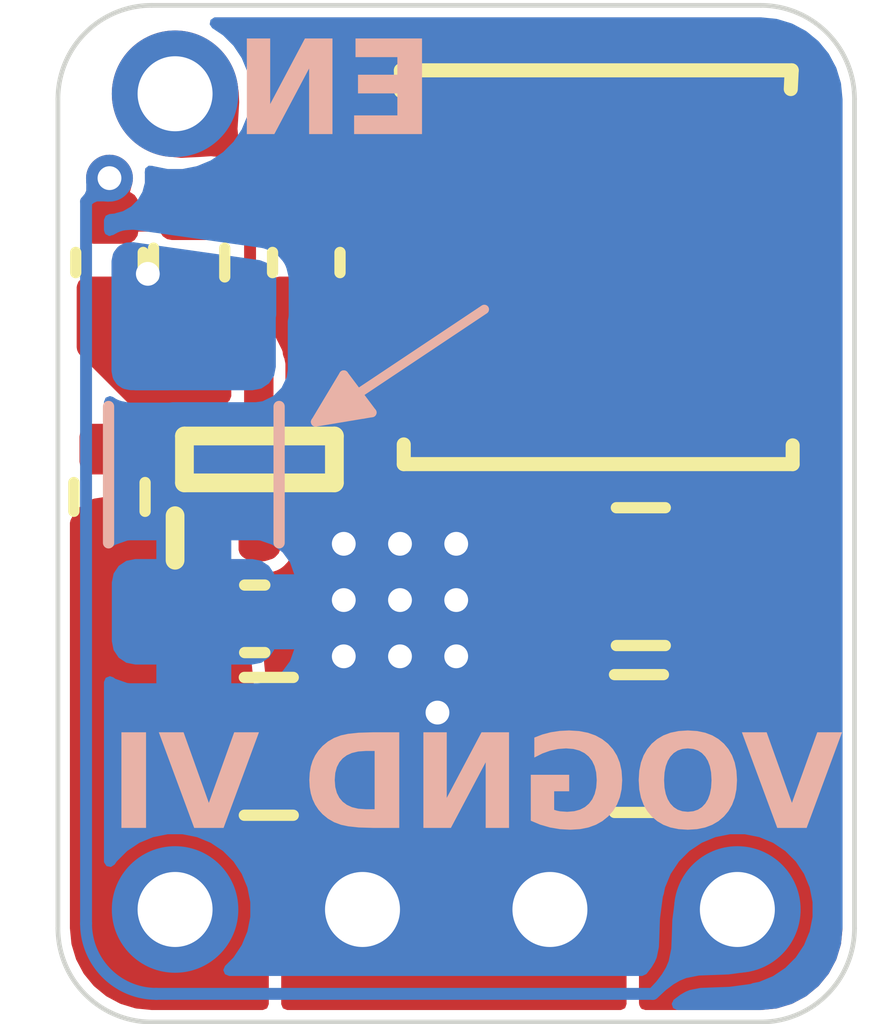
<source format=kicad_pcb>
(kicad_pcb
	(version 20241229)
	(generator "pcbnew")
	(generator_version "9.0")
	(general
		(thickness 0.8)
		(legacy_teardrops no)
	)
	(paper "A4")
	(layers
		(0 "F.Cu" signal)
		(2 "B.Cu" signal)
		(9 "F.Adhes" user "F.Adhesive")
		(11 "B.Adhes" user "B.Adhesive")
		(13 "F.Paste" user)
		(15 "B.Paste" user)
		(5 "F.SilkS" user "F.Silkscreen")
		(7 "B.SilkS" user "B.Silkscreen")
		(1 "F.Mask" user)
		(3 "B.Mask" user)
		(17 "Dwgs.User" user "User.Drawings")
		(19 "Cmts.User" user "User.Comments")
		(21 "Eco1.User" user "User.Eco1")
		(23 "Eco2.User" user "User.Eco2")
		(25 "Edge.Cuts" user)
		(27 "Margin" user)
		(31 "F.CrtYd" user "F.Courtyard")
		(29 "B.CrtYd" user "B.Courtyard")
		(35 "F.Fab" user)
		(33 "B.Fab" user)
		(39 "User.1" user)
		(41 "User.2" user)
		(43 "User.3" user)
		(45 "User.4" user)
	)
	(setup
		(stackup
			(layer "F.SilkS"
				(type "Top Silk Screen")
			)
			(layer "F.Paste"
				(type "Top Solder Paste")
			)
			(layer "F.Mask"
				(type "Top Solder Mask")
				(thickness 0.01)
			)
			(layer "F.Cu"
				(type "copper")
				(thickness 0.035)
			)
			(layer "dielectric 1"
				(type "core")
				(thickness 0.71)
				(material "FR4")
				(epsilon_r 4.5)
				(loss_tangent 0.02)
			)
			(layer "B.Cu"
				(type "copper")
				(thickness 0.035)
			)
			(layer "B.Mask"
				(type "Bottom Solder Mask")
				(thickness 0.01)
			)
			(layer "B.Paste"
				(type "Bottom Solder Paste")
			)
			(layer "B.SilkS"
				(type "Bottom Silk Screen")
			)
			(copper_finish "None")
			(dielectric_constraints no)
		)
		(pad_to_mask_clearance 0)
		(allow_soldermask_bridges_in_footprints no)
		(tenting front back)
		(grid_origin 123.75 110.3)
		(pcbplotparams
			(layerselection 0x00000000_00000000_55555555_575555ff)
			(plot_on_all_layers_selection 0x00000000_00000000_00000000_00000000)
			(disableapertmacros no)
			(usegerberextensions no)
			(usegerberattributes yes)
			(usegerberadvancedattributes no)
			(creategerberjobfile no)
			(dashed_line_dash_ratio 12.000000)
			(dashed_line_gap_ratio 3.000000)
			(svgprecision 4)
			(plotframeref no)
			(mode 1)
			(useauxorigin no)
			(hpglpennumber 1)
			(hpglpenspeed 20)
			(hpglpendiameter 15.000000)
			(pdf_front_fp_property_popups yes)
			(pdf_back_fp_property_popups yes)
			(pdf_metadata yes)
			(pdf_single_document no)
			(dxfpolygonmode yes)
			(dxfimperialunits yes)
			(dxfusepcbnewfont yes)
			(psnegative no)
			(psa4output no)
			(plot_black_and_white yes)
			(plotinvisibletext no)
			(sketchpadsonfab no)
			(plotpadnumbers no)
			(hidednponfab no)
			(sketchdnponfab no)
			(crossoutdnponfab no)
			(subtractmaskfromsilk no)
			(outputformat 1)
			(mirror no)
			(drillshape 0)
			(scaleselection 1)
			(outputdirectory "gerbers/")
		)
	)
	(net 0 "")
	(net 1 "GND")
	(net 2 "VIN")
	(net 3 "VOUT")
	(net 4 "EN")
	(net 5 "FB")
	(net 6 "Net-(IC1-BST)")
	(net 7 "Net-(IC1-SW)")
	(footprint "Capacitor_SMD:C_0805_2012Metric" (layer "F.Cu") (at 128.7 108.53 180))
	(footprint "Resistor_SMD:R_0402_1005Metric" (layer "F.Cu") (at 123.05 105.9 90))
	(footprint "Capacitor_SMD:C_0402_1005Metric" (layer "F.Cu") (at 123.05 103.4 -90))
	(footprint "Capacitor_SMD:C_0805_2012Metric" (layer "F.Cu") (at 128.72 106.75 180))
	(footprint "easyeda:IND-SMD_L4.0-W4.0" (layer "F.Cu") (at 128.25 103.45))
	(footprint "Connector_PinHeader_2.00mm:PinHeader_1x04_P2.00mm_Vertical" (layer "F.Cu") (at 123.75 110.3 90))
	(embedded_fonts no)
	(model "${KICAD8_3DMODEL_DIR}/Connector_PinHeader_2.00mm.3dshapes/PinHeader_1x04_P2.00mm_Vertical.wrl"
		(hide yes)
		(offset
			(xyz 0 0 0)
		)
		(scale
			(xyz 1 1 1)
		)
		(rotate
			(xyz 0 0 0)
		)
	)
)
(footprint "Capacitor_SMD:C_0805_2012Metric" (layer "F.Cu") (at 124.75 108.56))
(footprint "Resistor_SMD:R_0402_1005Metric" (layer "F.Cu") (at 123.9 103.4 -90))
(footprint "Capacitor_SMD:C_0402_1005Metric" (layer "F.Cu") (at 125.15 103.4 90))
(footprint "Connector_PinHeader_2.00mm:PinHeader_1x01_P2.00mm_Vertical" (layer "F.Cu") (at 123.75 101.6))
(embedded_fonts no)
(model "${KICAD8_3DMODEL_DIR}/Connector_PinHeader_2.00mm.3dshapes/PinHeader_1x01_P2.00mm_Vertical.wrl"
	(hide yes)
	(offset
		(xyz 0 0 0)
	)
	(scale
		(xyz 1 1 1)
	)
	(rotate
		(xyz 0 0 0)
	)
)
)
(footprint "Capacitor_SMD:C_0402_1005Metric" (layer "F.Cu") (at 124.6 107.2))
(footprint "SamacSys:SOTFL50P160X60-6N" (layer "F.Cu") (at 124.65 105.5 90))
(footprint "Resistor_SMD:R_1206_3216Metric" (layer "B.Cu") (at 123.95 105.6625 -90))
(gr_line
	(start 125.428151 104.994969)
	(end 125.654823 104.994969)
	(stroke
		(width 0.1)
		(type default)
	)
	(layer "B.SilkS")
	(uuid "33d80145-6ad5-479b-a337-160a19a5ceef")
)
(gr_line
	(start 125.478787 104.85361)
	(end 125.427654 104.981564)
	(stroke
		(width 0.1)
		(type default)
	)
	(layer "B.SilkS")
	(uuid "496ac85a-7b9b-4643-8044-c959ea11efce")
)
(gr_line
	(start 125.55 104.6)
	(end 125.85 105)
	(stroke
		(width 0.1)
		(type default)
	)
	(layer "B.SilkS")
	(uuid "60348418-75ac-48d9-9ee3-4bc4f4d80918")
)
(gr_line
	(start 125.478787 104.756557)
	(end 125.554311 104.914256)
	(stroke
		(width 0.1)
		(type default)
	)
	(layer "B.SilkS")
	(uuid "788f1f70-bbf1-4459-83ab-820edba34f1b")
)
(gr_line
	(start 125.85 105)
	(end 125.25 105.1)
	(stroke
		(width 0.1)
		(type default)
	)
	(layer "B.SilkS")
	(uuid "a6c8ae1d-efe6-4101-939d-1d224e98b101")
)
(gr_line
	(start 125.546302 104.712251)
	(end 125.654823 104.994969)
	(stroke
		(width 0.1)
		(type default)
	)
	(layer "B.SilkS")
	(uuid "ba5ecd61-ab90-4411-8d32-4b3b87aedfd3")
)
(gr_line
	(start 125.478787 104.85361)
	(end 125.654823 104.994969)
	(stroke
		(width 0.1)
		(type default)
	)
	(layer "B.SilkS")
	(uuid "c60a7b2f-ebeb-47ac-878b-fed93e95e650")
)
(gr_line
	(start 125.25 105.1)
	(end 125.55 104.6)
	(stroke
		(width 0.1)
		(type default)
	)
	(layer "B.SilkS")
	(uuid "e6435196-7001-4ffa-9958-facac9690035")
)
(gr_line
	(start 125.763344 105.014443)
	(end 125.546302 104.712251)
	(stroke
		(width 0.1)
		(type default)
	)
	(layer "B.SilkS")
	(uuid "f049a21c-3cc3-4992-8d2a-a27a27ebd567")
)
(gr_line
	(start 127.05 103.9)
	(end 125.25 105.1)
	(stroke
		(width 0.1)
		(type default)
	)
	(layer "B.SilkS")
	(uuid "ff71155b-8dcc-491e-8ce7-f729c184d4e3")
)
(gr_arc
	(start 122.5 101.657107)
	(mid 122.792893 100.95)
	(end 123.5 100.657107)
	(stroke
		(width 0.05)
		(type default)
	)
	(layer "Edge.Cuts")
	(uuid "70941fac-3cd9-465d-861f-9700092cd7e9")
)
(gr_line
	(start 122.5 101.657107)
	(end 122.5 110.5)
	(stroke
		(width 0.05)
		(type default)
	)
	(layer "Edge.Cuts")
	(uuid "80f16b39-699d-4698-84be-27a7a3479f68")
)
(gr_line
	(start 130 100.657107)
	(end 123.5 100.657107)
	(stroke
		(width 0.05)
		(type default)
	)
	(layer "Edge.Cuts")
	(uuid "937da00e-dcd0-4cfd-9a2c-2c0ad8f2f0d4")
)
(gr_arc
	(start 131 110.5)
	(mid 130.707107 111.207107)
	(end 130 111.5)
	(stroke
		(width 0.05)
		(type default)
	)
	(layer "Edge.Cuts")
	(uuid "9d673f74-3e68-4e90-9b1f-609a8160d919")
)
(gr_arc
	(start 130 100.657107)
	(mid 130.707107 100.95)
	(end 131 101.657107)
	(stroke
		(width 0.05)
		(type default)
	)
	(layer "Edge.Cuts")
	(uuid "bc6fe273-1b9e-4934-8c11-bf6041f9ecd2")
)
(gr_line
	(start 131 110.5)
	(end 131 101.657107)
	(stroke
		(width 0.05)
		(type default)
	)
	(layer "Edge.Cuts")
	(uuid "bdbc0bdd-f3c5-4313-b806-f5cddc5101e0")
)
(gr_line
	(start 123.5 111.5)
	(end 130 111.5)
	(stroke
		(width 0.05)
		(type default)
	)
	(layer "Edge.Cuts")
	(uuid "de8363a4-4e5b-43ac-b64e-f16ec05d87d3")
)
(gr_arc
	(start 123.5 111.5)
	(mid 122.792893 111.207107)
	(end 122.5 110.5)
	(stroke
		(width 0.05)
		(type default)
	)
	(layer "Edge.Cuts")
	(uuid "e41255f2-016a-4644-8bdf-2672f47a37db")
)
(gr_text "3.3V 2.61k"
	(at 128.926477 105.780823 0)
	(layer "B.Mask")
	(uuid "105eaf48-16e8-465a-9b8b-7ff74eb70b35")
	(effects
		(font
			(face "AVHershey Duplex")
			(size 0.6 0.6)
			(thickness 0.125)
			(bold yes)
		)
		(justify bottom mirror)
	)
	(render_cache "3.3V 2.61k" 0
		(polygon
			(pts
				(xy 130.564381 105.568071) (xy 130.550972 105.577303) (xy 130.519062 105.587378) (xy 130.468687 105.587378)
				(xy 130.437619 105.577303) (xy 130.418348 105.564663) (xy 130.405745 105.545319) (xy 130.39567 105.514215)
				(xy 130.39567 105.504983) (xy 130.405745 105.472999) (xy 130.418348 105.454498) (xy 130.437619 105.441895)
				(xy 130.468687 105.430977) (xy 130.534156 105.430134) (xy 130.546759 105.423393) (xy 130.555991 105.413318)
				(xy 130.560205 105.39566) (xy 130.557677 105.382177) (xy 130.552621 105.373788) (xy 130.468687 105.26615)
				(xy 130.587059 105.26615) (xy 130.600468 105.262779) (xy 130.612228 105.255232) (xy 130.619775 105.244278)
				(xy 130.622303 105.230832) (xy 130.619775 105.196394) (xy 130.612228 105.184597) (xy 130.600468 105.17705)
				(xy 130.587059 105.174705) (xy 130.360389 105.174705) (xy 130.346981 105.177233) (xy 130.336063 105.183938)
				(xy 130.328516 105.194855) (xy 130.325145 105.207458) (xy 130.325988 105.220061) (xy 130.33185 105.231821)
				(xy 130.425053 105.351146) (xy 130.389809 105.362064) (xy 130.376363 105.370454) (xy 130.33522 105.412476)
				(xy 130.326831 105.425921) (xy 130.305838 105.488093) (xy 130.304153 105.52004) (xy 130.326831 105.59313)
				(xy 130.33522 105.606575) (xy 130.376363 105.647718) (xy 130.389809 105.656145) (xy 130.462825 105.678823)
				(xy 130.535841 105.677137) (xy 130.597977 105.656181) (xy 130.612228 105.647791) (xy 130.639083 105.618409)
				(xy 130.660075 105.57646) (xy 130.663446 105.563015) (xy 130.660918 105.548763) (xy 130.654214 105.537003)
				(xy 130.642453 105.528613) (xy 130.628202 105.526085) (xy 130.596291 105.527771) (xy 130.584531 105.534475)
				(xy 130.579512 105.541179)
			)
		)
		(polygon
			(pts
				(xy 130.198969 105.558179) (xy 130.187246 105.549862) (xy 130.152807 105.547334) (xy 130.139399 105.549862)
				(xy 130.128481 105.558179) (xy 130.107488 105.578182) (xy 130.099941 105.589833) (xy 130.097413 105.623172)
				(xy 130.099941 105.637313) (xy 130.107488 105.648158) (xy 130.128481 105.668967) (xy 130.139399 105.676478)
				(xy 130.1738 105.679006) (xy 130.187246 105.676478) (xy 130.198969 105.668967) (xy 130.219119 105.648158)
				(xy 130.226667 105.637313) (xy 130.230037 105.603168) (xy 130.226667 105.589833) (xy 130.219119 105.578182)
			)
		)
		(polygon
			(pts
				(xy 129.924856 105.568071) (xy 129.911447 105.577303) (xy 129.879536 105.587378) (xy 129.829161 105.587378)
				(xy 129.798094 105.577303) (xy 129.778823 105.564663) (xy 129.76622 105.545319) (xy 129.756145 105.514215)
				(xy 129.756145 105.504983) (xy 129.76622 105.472999) (xy 129.778823 105.454498) (xy 129.798094 105.441895)
				(xy 129.829161 105.430977) (xy 129.894631 105.430134) (xy 129.907234 105.423393) (xy 129.916466 105.413318)
				(xy 129.920679 105.39566) (xy 129.918151 105.382177) (xy 129.913095 105.373788) (xy 129.829161 105.26615)
				(xy 129.947534 105.26615) (xy 129.960943 105.262779) (xy 129.972703 105.255232) (xy 129.98025 105.244278)
				(xy 129.982778 105.230832) (xy 129.98025 105.196394) (xy 129.972703 105.184597) (xy 129.960943 105.17705)
				(xy 129.947534 105.174705) (xy 129.720864 105.174705) (xy 129.707455 105.177233) (xy 129.696537 105.183938)
				(xy 129.68899 105.194855) (xy 129.68562 105.207458) (xy 129.686462 105.220061) (xy 129.692324 105.231821)
				(xy 129.785527 105.351146) (xy 129.750283 105.362064) (xy 129.736837 105.370454) (xy 129.695695 105.412476)
				(xy 129.687305 105.425921) (xy 129.666312 105.488093) (xy 129.664627 105.52004) (xy 129.687305 105.59313)
				(xy 129.695695 105.606575) (xy 129.736837 105.647718) (xy 129.750283 105.656145) (xy 129.823299 105.678823)
				(xy 129.896316 105.677137) (xy 129.958451 105.656181) (xy 129.972703 105.647791) (xy 129.999557 105.618409)
				(xy 130.02055 105.57646) (xy 130.023921 105.563015) (xy 130.021393 105.548763) (xy 130.014688 105.537003)
				(xy 130.002928 105.528613) (xy 129.988676 105.526085) (xy 129.956766 105.527771) (xy 129.945006 105.534475)
				(xy 129.939986 105.541179)
			)
		)
		(polygon
			(pts
				(xy 129.629126 105.196541) (xy 129.621579 105.18478) (xy 129.609819 105.177233) (xy 129.576223 105.174705)
				(xy 129.562814 105.177233) (xy 129.551054 105.185623) (xy 129.543507 105.197383) (xy 129.431876 105.48388)
				(xy 129.320208 105.197237) (xy 129.312661 105.18544) (xy 129.300901 105.17705) (xy 129.266499 105.174522)
				(xy 129.253053 105.17705) (xy 129.242978 105.183791) (xy 129.234589 105.195551) (xy 129.231255 105.208997)
				(xy 129.233746 105.222443) (xy 129.399123 105.656145) (xy 129.405827 105.667905) (xy 129.417588 105.675452)
				(xy 129.431033 105.678823) (xy 129.444442 105.676295) (xy 129.456202 105.66959) (xy 129.46375 105.65783)
				(xy 129.629969 105.222589) (xy 129.631654 105.209144)
			)
		)
		(polygon
			(pts
				(xy 128.989967 105.631745) (xy 128.98242 105.619984) (xy 128.798579 105.41493) (xy 128.759964 105.356935)
				(xy 128.744027 105.325831) (xy 128.744027 105.300625) (xy 128.755787 105.277067) (xy 128.779271 105.26615)
				(xy 128.84474 105.26615) (xy 128.868261 105.277067) (xy 128.879985 105.300588) (xy 128.882513 105.3266)
				(xy 128.89006 105.33836) (xy 128.90182 105.345907) (xy 128.915266 105.348435) (xy 128.949667 105.345907)
				(xy 128.960585 105.33836) (xy 128.968132 105.3266) (xy 128.97066 105.292162) (xy 128.967289 105.277067)
				(xy 128.946297 105.235595) (xy 128.919442 105.206652) (xy 128.91021 105.200058) (xy 128.869067 105.179395)
				(xy 128.85313 105.174705) (xy 128.770881 105.174705) (xy 128.754945 105.178076) (xy 128.713802 105.199068)
				(xy 128.683577 105.22596) (xy 128.656722 105.277251) (xy 128.653352 105.292381) (xy 128.653352 105.333561)
				(xy 128.656722 105.349534) (xy 128.679364 105.394927) (xy 128.720506 105.457099) (xy 128.838036 105.587378)
				(xy 128.66764 105.587378) (xy 128.654194 105.590749) (xy 128.642434 105.598296) (xy 128.634887 105.60925)
				(xy 128.632359 105.643688) (xy 128.634887 105.657134) (xy 128.642434 105.668931) (xy 128.654194 105.676478)
				(xy 128.66764 105.678823) (xy 128.956372 105.678823) (xy 128.969817 105.676295) (xy 128.981578 105.668747)
				(xy 128.989125 105.656987) (xy 128.991653 105.644348)
			)
		)
		(polygon
			(pts
				(xy 128.527176 105.558179) (xy 128.515452 105.549862) (xy 128.481014 105.547334) (xy 128.467605 105.549862)
				(xy 128.456687 105.558179) (xy 128.435695 105.578182) (xy 128.428148 105.589833) (xy 128.42562 105.623172)
				(xy 128.428148 105.637313) (xy 128.435695 105.648158) (xy 128.456687 105.668967) (xy 128.467605 105.676478)
				(xy 128.502007 105.679006) (xy 128.515452 105.676478) (xy 128.527176 105.668967) (xy 128.547326 105.648158)
				(xy 128.554873 105.637313) (xy 128.558244 105.603168) (xy 128.554873 105.589833) (xy 128.547326 105.578182)
			)
		)
		(polygon
			(pts
				(xy 128.184222 105.17705) (xy 128.256433 105.203062) (xy 128.305965 105.27355) (xy 128.310984 105.286117)
				(xy 128.331977 105.396063) (xy 128.331134 105.507657) (xy 128.310984 105.589869) (xy 128.301752 105.606649)
				(xy 128.259767 105.647791) (xy 128.246358 105.656181) (xy 128.184222 105.677137) (xy 128.173341 105.678823)
				(xy 128.141431 105.677137) (xy 128.079296 105.656071) (xy 128.065887 105.647682) (xy 128.024744 105.606429)
				(xy 128.016354 105.592947) (xy 127.995362 105.530628) (xy 127.993676 105.519674) (xy 127.99447 105.504616)
				(xy 128.085194 105.504616) (xy 128.085194 105.513885) (xy 128.095269 105.545136) (xy 128.107835 105.56459)
				(xy 128.127143 105.57723) (xy 128.15821 105.587378) (xy 128.167443 105.587378) (xy 128.199353 105.57723)
				(xy 128.217818 105.56459) (xy 128.22705 105.550229) (xy 128.239653 105.500366) (xy 128.230421 105.472523)
				(xy 128.217818 105.453948) (xy 128.199353 105.441272) (xy 128.167443 105.430281) (xy 128.15821 105.430281)
				(xy 128.127143 105.441272) (xy 128.107835 105.453948) (xy 128.095269 105.472523) (xy 128.085194 105.504616)
				(xy 127.99447 105.504616) (xy 127.995362 105.48769) (xy 128.016354 105.425372) (xy 128.024744 105.411926)
				(xy 128.065887 105.369794) (xy 128.079296 105.361404) (xy 128.141431 105.341181) (xy 128.152349 105.339496)
				(xy 128.184222 105.341181) (xy 128.232912 105.357155) (xy 128.222837 105.30623) (xy 128.20353 105.277837)
				(xy 128.167443 105.26615) (xy 128.13806 105.26615) (xy 128.107835 105.276225) (xy 128.093584 105.29806)
				(xy 128.082666 105.304765) (xy 128.049913 105.307292) (xy 128.035662 105.303922) (xy 128.023901 105.296375)
				(xy 128.016354 105.283772) (xy 128.014669 105.26952) (xy 128.01804 105.256148) (xy 128.039032 105.215372)
				(xy 128.047422 105.204527) (xy 128.059182 105.197859) (xy 128.132199 105.175365)
			)
		)
		(polygon
			(pts
				(xy 127.877063 105.281427) (xy 127.870358 105.269667) (xy 127.85944 105.261241) (xy 127.823354 105.242776)
				(xy 127.765431 105.18478) (xy 127.754514 105.177233) (xy 127.740262 105.174705) (xy 127.726817 105.177233)
				(xy 127.715899 105.18478) (xy 127.708352 105.196541) (xy 127.704981 105.209986) (xy 127.704981 105.643542)
				(xy 127.708352 105.656987) (xy 127.715899 105.668747) (xy 127.726817 105.676295) (xy 127.761218 105.678823)
				(xy 127.774664 105.676295) (xy 127.786424 105.668747) (xy 127.793971 105.656987) (xy 127.796499 105.643542)
				(xy 127.796499 105.329311) (xy 127.828409 105.344405) (xy 127.841818 105.348618) (xy 127.856107 105.34609)
				(xy 127.86783 105.338543) (xy 127.876257 105.326783) (xy 127.878748 105.313338)
			)
		)
		(polygon
			(pts
				(xy 127.504104 105.196541) (xy 127.496557 105.18478) (xy 127.485639 105.177233) (xy 127.471351 105.174705)
				(xy 127.437792 105.177233) (xy 127.426031 105.18478) (xy 127.418484 105.196541) (xy 127.415956 105.209986)
				(xy 127.415956 105.47549) (xy 127.269924 105.330117) (xy 127.258163 105.32257) (xy 127.224568 105.320079)
				(xy 127.210316 105.322607) (xy 127.199399 105.330154) (xy 127.191851 105.341877) (xy 127.189324 105.355286)
				(xy 127.191851 105.368695) (xy 127.199399 105.380419) (xy 127.31103 105.491061) (xy 127.197713 105.620168)
				(xy 127.191851 105.630206) (xy 127.189324 105.646143) (xy 127.192694 105.659552) (xy 127.201084 105.670433)
				(xy 127.210316 105.676295) (xy 127.224568 105.678823) (xy 127.26571 105.678823) (xy 127.279999 105.676478)
				(xy 127.292565 105.667245) (xy 127.381555 105.563161) (xy 127.415956 105.5976) (xy 127.415956 105.644604)
				(xy 127.418484 105.658013) (xy 127.426031 105.669773) (xy 127.437792 105.676478) (xy 127.471351 105.679006)
				(xy 127.485639 105.676478) (xy 127.496557 105.668931) (xy 127.504104 105.657134) (xy 127.506632 105.643688)
				(xy 127.506632 105.210023)
			)
		)
	)
)
(gr_text "5V 1.58k"
	(at 129.226477 107.180823 0)
	(layer "B.Mask")
	(uuid "15dafc07-3175-47fd-b9aa-103191138fac")
	(effects
		(font
			(face "AVHershey Duplex")
			(size 0.6 0.6)
			(thickness 0.125)
			(bold yes)
		)
		(justify bottom mirror)
	)
	(render_cache "5V 1.58k" 0
		(polygon
			(pts
				(xy 130.603126 106.606176) (xy 130.59895 106.593683) (xy 130.589717 106.582875) (xy 130.577957 106.57705)
				(xy 130.567882 106.574705) (xy 130.361363 106.574705) (xy 130.347954 106.577233) (xy 130.336193 106.58478)
				(xy 130.328646 106.596504) (xy 130.326118 106.630906) (xy 130.328646 106.644351) (xy 130.336193 106.655232)
				(xy 130.347954 106.662779) (xy 130.361363 106.66615) (xy 130.516664 106.66615) (xy 130.525054 106.724768)
				(xy 130.505747 106.71843) (xy 130.43273 106.720079) (xy 130.370632 106.741145) (xy 130.357186 106.749571)
				(xy 130.316043 106.790824) (xy 130.307654 106.804306) (xy 130.286661 106.866624) (xy 130.284976 106.919674)
				(xy 130.307654 106.99291) (xy 130.316043 107.006392) (xy 130.357186 107.047682) (xy 130.370632 107.056071)
				(xy 130.443648 107.078823) (xy 130.516664 107.077137) (xy 130.5788 107.056181) (xy 130.593051 107.047791)
				(xy 130.619906 107.018409) (xy 130.640898 106.97646) (xy 130.644269 106.963015) (xy 130.641741 106.948763)
				(xy 130.635037 106.937003) (xy 130.623276 106.928613) (xy 130.609025 106.926085) (xy 130.577114 106.927771)
				(xy 130.563669 106.93616) (xy 130.545204 106.968071) (xy 130.531795 106.977303) (xy 130.499885 106.987378)
				(xy 130.44951 106.987378) (xy 130.418442 106.977193) (xy 130.399171 106.96448) (xy 130.386568 106.944953)
				(xy 130.376493 106.913556) (xy 130.376493 106.883001) (xy 130.386568 106.851603) (xy 130.399171 106.832076)
				(xy 130.418442 106.819363) (xy 130.44951 106.809178) (xy 130.51835 106.809178) (xy 130.551909 106.825958)
				(xy 130.567882 106.829328) (xy 130.592209 106.829328) (xy 130.605654 106.825115) (xy 130.615729 106.815883)
				(xy 130.622434 106.804196) (xy 130.623276 106.79086)
			)
		)
		(polygon
			(pts
				(xy 130.249475 106.596541) (xy 130.241928 106.58478) (xy 130.230167 106.577233) (xy 130.196572 106.574705)
				(xy 130.183163 106.577233) (xy 130.171403 106.585623) (xy 130.163856 106.597383) (xy 130.052224 106.88388)
				(xy 129.940557 106.597237) (xy 129.933009 106.58544) (xy 129.921249 106.57705) (xy 129.886848 106.574522)
				(xy 129.873402 106.57705) (xy 129.863327 106.583791) (xy 129.854937 106.595551) (xy 129.851603 106.608997)
				(xy 129.854095 106.622443) (xy 130.019471 107.056145) (xy 130.026176 107.067905) (xy 130.037936 107.075452)
				(xy 130.051382 107.078823) (xy 130.064791 107.076295) (xy 130.076551 107.06959) (xy 130.084098 107.05783)
				(xy 130.250317 106.622589) (xy 130.252003 106.609144)
			)
		)
		(polygon
			(pts
				(xy 129.549023 106.681427) (xy 129.542319 106.669667) (xy 129.531401 106.661241) (xy 129.495314 106.642776)
				(xy 129.437392 106.58478) (xy 129.426474 106.577233) (xy 129.412223 106.574705) (xy 129.398777 106.577233)
				(xy 129.387859 106.58478) (xy 129.380312 106.596541) (xy 129.376942 106.609986) (xy 129.376942 107.043542)
				(xy 129.380312 107.056987) (xy 129.387859 107.068747) (xy 129.398777 107.076295) (xy 129.433179 107.078823)
				(xy 129.446624 107.076295) (xy 129.458384 107.068747) (xy 129.465932 107.056987) (xy 129.46846 107.043542)
				(xy 129.46846 106.729311) (xy 129.50037 106.744405) (xy 129.513779 106.748618) (xy 129.528067 106.74609)
				(xy 129.539791 106.738543) (xy 129.548217 106.726783) (xy 129.550708 106.713338)
			)
		)
		(polygon
			(pts
				(xy 129.147524 106.958179) (xy 129.135801 106.949862) (xy 129.101363 106.947334) (xy 129.087954 106.949862)
				(xy 129.077036 106.958179) (xy 129.056043 106.978182) (xy 129.048496 106.989833) (xy 129.045968 107.023172)
				(xy 129.048496 107.037313) (xy 129.056043 107.048158) (xy 129.077036 107.068967) (xy 129.087954 107.076478)
				(xy 129.122355 107.079006) (xy 129.135801 107.076478) (xy 129.147524 107.068967) (xy 129.167674 107.048158)
				(xy 129.175222 107.037313) (xy 129.178592 107.003168) (xy 129.175222 106.989833) (xy 129.167674 106.978182)
			)
		)
		(polygon
			(pts
				(xy 128.931333 106.606176) (xy 128.927156 106.593683) (xy 128.917924 106.582875) (xy 128.906164 106.57705)
				(xy 128.896089 106.574705) (xy 128.689569 106.574705) (xy 128.67616 106.577233) (xy 128.6644 106.58478)
				(xy 128.656853 106.596504) (xy 128.654325 106.630906) (xy 128.656853 106.644351) (xy 128.6644 106.655232)
				(xy 128.67616 106.662779) (xy 128.689569 106.66615) (xy 128.844871 106.66615) (xy 128.853261 106.724768)
				(xy 128.833953 106.71843) (xy 128.760937 106.720079) (xy 128.698838 106.741145) (xy 128.685393 106.749571)
				(xy 128.64425 106.790824) (xy 128.63586 106.804306) (xy 128.614867 106.866624) (xy 128.613182 106.919674)
				(xy 128.63586 106.99291) (xy 128.64425 107.006392) (xy 128.685393 107.047682) (xy 128.698838 107.056071)
				(xy 128.771854 107.078823) (xy 128.844871 107.077137) (xy 128.907006 107.056181) (xy 128.921258 107.047791)
				(xy 128.948112 107.018409) (xy 128.969105 106.97646) (xy 128.972476 106.963015) (xy 128.969948 106.948763)
				(xy 128.963243 106.937003) (xy 128.951483 106.928613) (xy 128.937231 106.926085) (xy 128.905321 106.927771)
				(xy 128.891875 106.93616) (xy 128.873411 106.968071) (xy 128.860002 106.977303) (xy 128.828091 106.987378)
				(xy 128.777716 106.987378) (xy 128.746649 106.977193) (xy 128.727378 106.96448) (xy 128.714775 106.944953)
				(xy 128.7047 106.913556) (xy 128.7047 106.883001) (xy 128.714775 106.851603) (xy 128.727378 106.832076)
				(xy 128.746649 106.819363) (xy 128.777716 106.809178) (xy 128.846556 106.809178) (xy 128.880115 106.825958)
				(xy 128.896089 106.829328) (xy 128.920415 106.829328) (xy 128.933861 106.825115) (xy 128.943936 106.815883)
				(xy 128.95064 106.804196) (xy 128.951483 106.79086)
			)
		)
		(polygon
			(pts
				(xy 128.426593 106.575548) (xy 128.493747 106.597347) (xy 128.505471 106.604088) (xy 128.513861 106.614969)
				(xy 128.534853 106.656111) (xy 128.538224 106.672048) (xy 128.538224 106.713154) (xy 128.534853 106.729091)
				(xy 128.513861 106.770197) (xy 128.491219 106.795366) (xy 128.528149 106.832296) (xy 128.555846 106.882634)
				(xy 128.559217 106.898608) (xy 128.559217 106.96067) (xy 128.555846 106.975801) (xy 128.53489 107.01775)
				(xy 128.507999 107.047095) (xy 128.493747 107.055485) (xy 128.420694 107.078163) (xy 128.327528 107.076478)
				(xy 128.265393 107.055485) (xy 128.251141 107.047095) (xy 128.22425 107.01775) (xy 128.203294 106.975801)
				(xy 128.199923 106.96067) (xy 128.199923 106.90762) (xy 128.291441 106.90762) (xy 128.291441 106.95294)
				(xy 128.298988 106.968071) (xy 128.312434 106.977303) (xy 128.344307 106.987378) (xy 128.414833 106.987378)
				(xy 128.446706 106.977303) (xy 128.460152 106.968071) (xy 128.467699 106.95294) (xy 128.467699 106.90762)
				(xy 128.453447 106.879081) (xy 128.440844 106.866478) (xy 128.408091 106.849698) (xy 128.379552 106.842994)
				(xy 128.351048 106.849698) (xy 128.318296 106.866478) (xy 128.305693 106.879081) (xy 128.291441 106.90762)
				(xy 128.199923 106.90762) (xy 128.199923 106.898608) (xy 128.203294 106.882634) (xy 128.230991 106.832296)
				(xy 128.26792 106.795366) (xy 128.245279 106.770197) (xy 128.224286 106.729091) (xy 128.220916 106.713154)
				(xy 128.220916 106.680438) (xy 128.311591 106.680438) (xy 128.311591 106.704765) (xy 128.323351 106.728285)
				(xy 128.351048 106.741694) (xy 128.379588 106.749241) (xy 128.408128 106.741694) (xy 128.435825 106.728285)
				(xy 128.447585 106.704765) (xy 128.447585 106.680438) (xy 128.445058 106.676225) (xy 128.414833 106.66615)
				(xy 128.344307 106.66615) (xy 128.314119 106.676225) (xy 128.311591 106.680438) (xy 128.220916 106.680438)
				(xy 128.220916 106.672048) (xy 128.224286 106.656111) (xy 128.245279 106.614969) (xy 128.253669 106.604088)
				(xy 128.265393 106.597347) (xy 128.338446 106.574705)
			)
		)
		(polygon
			(pts
				(xy 128.12328 106.596541) (xy 128.115733 106.58478) (xy 128.104815 106.577233) (xy 128.090527 106.574705)
				(xy 128.056968 106.577233) (xy 128.045208 106.58478) (xy 128.03766 106.596541) (xy 128.035133 106.609986)
				(xy 128.035133 106.87549) (xy 127.8891 106.730117) (xy 127.877339 106.72257) (xy 127.843744 106.720079)
				(xy 127.829492 106.722607) (xy 127.818575 106.730154) (xy 127.811028 106.741877) (xy 127.8085 106.755286)
				(xy 127.811028 106.768695) (xy 127.818575 106.780419) (xy 127.930206 106.891061) (xy 127.816889 107.020168)
				(xy 127.811028 107.030206) (xy 127.8085 107.046143) (xy 127.81187 107.059552) (xy 127.82026 107.070433)
				(xy 127.829492 107.076295) (xy 127.843744 107.078823) (xy 127.884887 107.078823) (xy 127.899175 107.076478)
				(xy 127.911741 107.067245) (xy 128.000731 106.963161) (xy 128.035133 106.9976) (xy 128.035133 107.044604)
				(xy 128.03766 107.058013) (xy 128.045208 107.069773) (xy 128.056968 107.076478) (xy 128.090527 107.079006)
				(xy 128.104815 107.076478) (xy 128.115733 107.068931) (xy 128.12328 107.057134) (xy 128.125808 107.043688)
				(xy 128.125808 106.610023)
			)
		)
	)
)
(gr_text "1.5V 7.5k"
	(at 129.126477 103.380823 0)
	(layer "B.Mask")
	(uuid "182673fc-e4e5-4fb5-aaf6-917424424e9c")
	(effects
		(font
			(face "AVHershey Duplex")
			(size 0.6 0.6)
			(thickness 0.125)
			(bold yes)
		)
		(justify bottom mirror)
	)
	(render_cache "1.5V 7.5k" 0
		(polygon
			(pts
				(xy 130.594717 102.881427) (xy 130.588013 102.869667) (xy 130.577095 102.861241) (xy 130.541008 102.842776)
				(xy 130.483086 102.78478) (xy 130.472168 102.777233) (xy 130.457917 102.774705) (xy 130.444471 102.777233)
				(xy 130.433553 102.78478) (xy 130.426006 102.796541) (xy 130.422636 102.809986) (xy 130.422636 103.243542)
				(xy 130.426006 103.256987) (xy 130.433553 103.268747) (xy 130.444471 103.276295) (xy 130.478873 103.278823)
				(xy 130.492318 103.276295) (xy 130.504078 103.268747) (xy 130.511626 103.256987) (xy 130.514153 103.243542)
				(xy 130.514153 102.929311) (xy 130.546064 102.944405) (xy 130.559473 102.948618) (xy 130.573761 102.94609)
				(xy 130.585485 102.938543) (xy 130.593911 102.926783) (xy 130.596402 102.913338)
			)
		)
		(polygon
			(pts
				(xy 130.193218 103.158179) (xy 130.181495 103.149862) (xy 130.147056 103.147334) (xy 130.133648 103.149862)
				(xy 130.12273 103.158179) (xy 130.101737 103.178182) (xy 130.09419 103.189833) (xy 130.091662 103.223172)
				(xy 130.09419 103.237313) (xy 130.101737 103.248158) (xy 130.12273 103.268967) (xy 130.133648 103.276478)
				(xy 130.168049 103.279006) (xy 130.181495 103.276478) (xy 130.193218 103.268967) (xy 130.213368 103.248158)
				(xy 130.220916 103.237313) (xy 130.224286 103.203168) (xy 130.220916 103.189833) (xy 130.213368 103.178182)
			)
		)
		(polygon
			(pts
				(xy 129.977027 102.806176) (xy 129.97285 102.793683) (xy 129.963618 102.782875) (xy 129.951858 102.77705)
				(xy 129.941783 102.774705) (xy 129.735263 102.774705) (xy 129.721854 102.777233) (xy 129.710094 102.78478)
				(xy 129.702547 102.796504) (xy 129.700019 102.830906) (xy 129.702547 102.844351) (xy 129.710094 102.855232)
				(xy 129.721854 102.862779) (xy 129.735263 102.86615) (xy 129.890565 102.86615) (xy 129.898955 102.924768)
				(xy 129.879647 102.91843) (xy 129.806631 102.920079) (xy 129.744532 102.941145) (xy 129.731086 102.949571)
				(xy 129.689944 102.990824) (xy 129.681554 103.004306) (xy 129.660561 103.066624) (xy 129.658876 103.119674)
				(xy 129.681554 103.19291) (xy 129.689944 103.206392) (xy 129.731086 103.247682) (xy 129.744532 103.256071)
				(xy 129.817548 103.278823) (xy 129.890565 103.277137) (xy 129.9527 103.256181) (xy 129.966952 103.247791)
				(xy 129.993806 103.218409) (xy 130.014799 103.17646) (xy 130.01817 103.163015) (xy 130.015642 103.148763)
				(xy 130.008937 103.137003) (xy 129.997177 103.128613) (xy 129.982925 103.126085) (xy 129.951015 103.127771)
				(xy 129.937569 103.13616) (xy 129.919105 103.168071) (xy 129.905696 103.177303) (xy 129.873785 103.187378)
				(xy 129.82341 103.187378) (xy 129.792343 103.177193) (xy 129.773072 103.16448) (xy 129.760469 103.144953)
				(xy 129.750394 103.113556) (xy 129.750394 103.083001) (xy 129.760469 103.051603) (xy 129.773072 103.032076)
				(xy 129.792343 103.019363) (xy 129.82341 103.009178) (xy 129.89225 103.009178) (xy 129.925809 103.025958)
				(xy 129.941783 103.029328) (xy 129.966109 103.029328) (xy 129.979555 103.025115) (xy 129.98963 103.015883)
				(xy 129.996334 103.004196) (xy 129.997177 102.99086)
			)
		)
		(polygon
			(pts
				(xy 129.623375 102.796541) (xy 129.615828 102.78478) (xy 129.604068 102.777233) (xy 129.570472 102.774705)
				(xy 129.557063 102.777233) (xy 129.545303 102.785623) (xy 129.537756 102.797383) (xy 129.426125 103.08388)
				(xy 129.314457 102.797237) (xy 129.30691 102.78544) (xy 129.29515 102.77705) (xy 129.260748 102.774522)
				(xy 129.247302 102.77705) (xy 129.237227 102.783791) (xy 129.228838 102.795551) (xy 129.225504 102.808997)
				(xy 129.227995 102.822443) (xy 129.393372 103.256145) (xy 129.400076 103.267905) (xy 129.411837 103.275452)
				(xy 129.425282 103.278823) (xy 129.438691 103.276295) (xy 129.450451 103.26959) (xy 129.457999 103.25783)
				(xy 129.624218 102.822589) (xy 129.625903 102.809144)
			)
		)
		(polygon
			(pts
				(xy 128.983374 102.796394) (xy 128.975827 102.784597) (xy 128.964066 102.77705) (xy 128.950657 102.774705)
				(xy 128.661889 102.774705) (xy 128.648443 102.777233) (xy 128.636683 102.785623) (xy 128.629136 102.797383)
				(xy 128.626608 102.811671) (xy 128.629979 102.825117) (xy 128.836462 103.258672) (xy 128.844888 103.26959)
				(xy 128.856612 103.277137) (xy 128.888522 103.278823) (xy 128.90281 103.276295) (xy 128.914534 103.267905)
				(xy 128.922118 103.256145) (xy 128.923766 103.241856) (xy 128.920432 103.228411) (xy 128.748351 102.86615)
				(xy 128.950657 102.86615) (xy 128.964066 102.862779) (xy 128.975827 102.855232) (xy 128.983374 102.844278)
				(xy 128.985902 102.80984)
			)
		)
		(polygon
			(pts
				(xy 128.520839 103.158179) (xy 128.509115 103.149862) (xy 128.474677 103.147334) (xy 128.461268 103.149862)
				(xy 128.45035 103.158179) (xy 128.429358 103.178182) (xy 128.42181 103.189833) (xy 128.419283 103.223172)
				(xy 128.42181 103.237313) (xy 128.429358 103.248158) (xy 128.45035 103.268967) (xy 128.461268 103.276478)
				(xy 128.49567 103.279006) (xy 128.509115 103.276478) (xy 128.520839 103.268967) (xy 128.540989 103.248158)
				(xy 128.548536 103.237313) (xy 128.551906 103.203168) (xy 128.548536 103.189833) (xy 128.540989 103.178182)
			)
		)
		(polygon
			(pts
				(xy 128.304647 102.806176) (xy 128.300471 102.793683) (xy 128.291238 102.782875) (xy 128.279478 102.77705)
				(xy 128.269403 102.774705) (xy 128.062883 102.774705) (xy 128.049474 102.777233) (xy 128.037714 102.78478)
				(xy 128.030167 102.796504) (xy 128.027639 102.830906) (xy 128.030167 102.844351) (xy 128.037714 102.855232)
				(xy 128.049474 102.862779) (xy 128.062883 102.86615) (xy 128.218185 102.86615) (xy 128.226575 102.924768)
				(xy 128.207268 102.91843) (xy 128.134251 102.920079) (xy 128.072152 102.941145) (xy 128.058707 102.949571)
				(xy 128.017564 102.990824) (xy 128.009174 103.004306) (xy 127.988182 103.066624) (xy 127.986496 103.119674)
				(xy 128.009174 103.19291) (xy 128.017564 103.206392) (xy 128.058707 103.247682) (xy 128.072152 103.256071)
				(xy 128.145169 103.278823) (xy 128.218185 103.277137) (xy 128.280321 103.256181) (xy 128.294572 103.247791)
				(xy 128.321427 103.218409) (xy 128.342419 103.17646) (xy 128.34579 103.163015) (xy 128.343262 103.148763)
				(xy 128.336558 103.137003) (xy 128.324797 103.128613) (xy 128.310546 103.126085) (xy 128.278635 103.127771)
				(xy 128.26519 103.13616) (xy 128.246725 103.168071) (xy 128.233316 103.177303) (xy 128.201406 103.187378)
				(xy 128.151031 103.187378) (xy 128.119963 103.177193) (xy 128.100692 103.16448) (xy 128.088089 103.144953)
				(xy 128.078014 103.113556) (xy 128.078014 103.083001) (xy 128.088089 103.051603) (xy 128.100692 103.032076)
				(xy 128.119963 103.019363) (xy 128.151031 103.009178) (xy 128.219871 103.009178) (xy 128.253429 103.025958)
				(xy 128.269403 103.029328) (xy 128.29373 103.029328) (xy 128.307175 103.025115) (xy 128.31725 103.015883)
				(xy 128.323955 103.004196) (xy 128.324797 102.99086)
			)
		)
		(polygon
			(pts
				(xy 127.909853 102.796541) (xy 127.902306 102.78478) (xy 127.891388 102.777233) (xy 127.8771 102.774705)
				(xy 127.843541 102.777233) (xy 127.831781 102.78478) (xy 127.824234 102.796541) (xy 127.821706 102.809986)
				(xy 127.821706 103.07549) (xy 127.675673 102.930117) (xy 127.663913 102.92257) (xy 127.630317 102.920079)
				(xy 127.616066 102.922607) (xy 127.605148 102.930154) (xy 127.597601 102.941877) (xy 127.595073 102.955286)
				(xy 127.597601 102.968695) (xy 127.605148 102.980419) (xy 127.716779 103.091061) (xy 127.603463 103.220168)
				(xy 127.597601 103.230206) (xy 127.595073 103.246143) (xy 127.598443 103.259552) (xy 127.606833 103.270433)
				(xy 127.616066 103.276295) (xy 127.630317 103.278823) (xy 127.67146 103.278823) (xy 127.685748 103.276478)
				(xy 127.698314 103.267245) (xy 127.787304 103.163161) (xy 127.821706 103.1976) (xy 127.821706 103.244604)
				(xy 127.824234 103.258013) (xy 127.831781 103.269773) (xy 127.843541 103.276478) (xy 127.8771 103.279006)
				(xy 127.891388 103.276478) (xy 127.902306 103.268931) (xy 127.909853 103.257134) (xy 127.912381 103.243688)
				(xy 127.912381 102.810023)
			)
		)
	)
)
(gr_text "1V 18k"
	(at 129.516477 101.820823 0)
	(layer "B.Mask")
	(uuid "303386cc-71ab-4326-b3f2-e91d1866c39a")
	(effects
		(font
			(face "AVHershey Duplex")
			(size 0.6 0.6)
			(thickness 0.125)
			(bold yes)
		)
		(justify bottom mirror)
	)
	(render_cache "1V 18k" 0
		(polygon
			(pts
				(xy 130.551528 101.321427) (xy 130.544824 101.309667) (xy 130.533906 101.301241) (xy 130.497819 101.282776)
				(xy 130.439897 101.22478) (xy 130.428979 101.217233) (xy 130.414728 101.214705) (xy 130.401282 101.217233)
				(xy 130.390364 101.22478) (xy 130.382817 101.236541) (xy 130.379447 101.249986) (xy 130.379447 101.683542)
				(xy 130.382817 101.696987) (xy 130.390364 101.708747) (xy 130.401282 101.716295) (xy 130.435684 101.718823)
				(xy 130.449129 101.716295) (xy 130.460889 101.708747) (xy 130.468437 101.696987) (xy 130.470964 101.683542)
				(xy 130.470964 101.369311) (xy 130.502875 101.384405) (xy 130.516284 101.388618) (xy 130.530572 101.38609)
				(xy 130.542296 101.378543) (xy 130.550722 101.366783) (xy 130.553213 101.353338)
			)
		)
		(polygon
			(pts
				(xy 130.219712 101.236541) (xy 130.212165 101.22478) (xy 130.200404 101.217233) (xy 130.166809 101.214705)
				(xy 130.1534 101.217233) (xy 130.14164 101.225623) (xy 130.134093 101.237383) (xy 130.022461 101.52388)
				(xy 129.910794 101.237237) (xy 129.903246 101.22544) (xy 129.891486 101.21705) (xy 129.857085 101.214522)
				(xy 129.843639 101.21705) (xy 129.833564 101.223791) (xy 129.825174 101.235551) (xy 129.82184 101.248997)
				(xy 129.824332 101.262443) (xy 129.989708 101.696145) (xy 129.996413 101.707905) (xy 130.008173 101.715452)
				(xy 130.021619 101.718823) (xy 130.035028 101.716295) (xy 130.046788 101.70959) (xy 130.054335 101.69783)
				(xy 130.220554 101.262589) (xy 130.22224 101.249144)
			)
		)
		(polygon
			(pts
				(xy 129.51926 101.321427) (xy 129.512556 101.309667) (xy 129.501638 101.301241) (xy 129.465551 101.282776)
				(xy 129.407629 101.22478) (xy 129.396711 101.217233) (xy 129.38246 101.214705) (xy 129.369014 101.217233)
				(xy 129.358096 101.22478) (xy 129.350549 101.236541) (xy 129.347179 101.249986) (xy 129.347179 101.683542)
				(xy 129.350549 101.696987) (xy 129.358096 101.708747) (xy 129.369014 101.716295) (xy 129.403416 101.718823)
				(xy 129.416861 101.716295) (xy 129.428621 101.708747) (xy 129.436169 101.696987) (xy 129.438697 101.683542)
				(xy 129.438697 101.369311) (xy 129.470607 101.384405) (xy 129.484016 101.388618) (xy 129.498304 101.38609)
				(xy 129.510028 101.378543) (xy 129.518454 101.366783) (xy 129.520945 101.353338)
			)
		)
		(polygon
			(pts
				(xy 129.036355 101.215548) (xy 129.10351 101.237347) (xy 129.115233 101.244088) (xy 129.123623 101.254969)
				(xy 129.144616 101.296111) (xy 129.147986 101.312048) (xy 129.147986 101.353154) (xy 129.144616 101.369091)
				(xy 129.123623 101.410197) (xy 129.100982 101.435366) (xy 129.137911 101.472296) (xy 129.165609 101.522634)
				(xy 129.168979 101.538608) (xy 129.168979 101.60067) (xy 129.165609 101.615801) (xy 129.144653 101.65775)
				(xy 129.117761 101.687095) (xy 129.10351 101.695485) (xy 129.030457 101.718163) (xy 128.93729 101.716478)
				(xy 128.875155 101.695485) (xy 128.860903 101.687095) (xy 128.834012 101.65775) (xy 128.813056 101.615801)
				(xy 128.809686 101.60067) (xy 128.809686 101.54762) (xy 128.901203 101.54762) (xy 128.901203 101.59294)
				(xy 128.908751 101.608071) (xy 128.922196 101.617303) (xy 128.95407 101.627378) (xy 129.024595 101.627378)
				(xy 129.056469 101.617303) (xy 129.069914 101.608071) (xy 129.077461 101.59294) (xy 129.077461 101.54762)
				(xy 129.06321 101.519081) (xy 129.050607 101.506478) (xy 129.017854 101.489698) (xy 128.989314 101.482994)
				(xy 128.960811 101.489698) (xy 128.928058 101.506478) (xy 128.915455 101.519081) (xy 128.901203 101.54762)
				(xy 128.809686 101.54762) (xy 128.809686 101.538608) (xy 128.813056 101.522634) (xy 128.840753 101.472296)
				(xy 128.877683 101.435366) (xy 128.855042 101.410197) (xy 128.834049 101.369091) (xy 128.830678 101.353154)
				(xy 128.830678 101.320438) (xy 128.921354 101.320438) (xy 128.921354 101.344765) (xy 128.933114 101.368285)
				(xy 128.960811 101.381694) (xy 128.989351 101.389241) (xy 129.017891 101.381694) (xy 129.045588 101.368285)
				(xy 129.057348 101.344765) (xy 129.057348 101.320438) (xy 129.05482 101.316225) (xy 129.024595 101.30615)
				(xy 128.95407 101.30615) (xy 128.923881 101.316225) (xy 128.921354 101.320438) (xy 128.830678 101.320438)
				(xy 128.830678 101.312048) (xy 128.834049 101.296111) (xy 128.855042 101.254969) (xy 128.863431 101.244088)
				(xy 128.875155 101.237347) (xy 128.948208 101.214705)
			)
		)
		(polygon
			(pts
				(xy 128.733042 101.236541) (xy 128.725495 101.22478) (xy 128.714578 101.217233) (xy 128.700289 101.214705)
				(xy 128.66673 101.217233) (xy 128.65497 101.22478) (xy 128.647423 101.236541) (xy 128.644895 101.249986)
				(xy 128.644895 101.51549) (xy 128.498862 101.370117) (xy 128.487102 101.36257) (xy 128.453506 101.360079)
				(xy 128.439255 101.362607) (xy 128.428337 101.370154) (xy 128.42079 101.381877) (xy 128.418262 101.395286)
				(xy 128.42079 101.408695) (xy 128.428337 101.420419) (xy 128.539968 101.531061) (xy 128.426652 101.660168)
				(xy 128.42079 101.670206) (xy 128.418262 101.686143) (xy 128.421633 101.699552) (xy 128.430022 101.710433)
				(xy 128.439255 101.716295) (xy 128.453506 101.718823) (xy 128.494649 101.718823) (xy 128.508937 101.716478)
				(xy 128.521504 101.707245) (xy 128.610493 101.603161) (xy 128.644895 101.6376) (xy 128.644895 101.684604)
				(xy 128.647423 101.698013) (xy 128.65497 101.709773) (xy 128.66673 101.716478) (xy 128.700289 101.719006)
				(xy 128.714578 101.716478) (xy 128.725495 101.708931) (xy 128.733042 101.697134) (xy 128.73557 101.683688)
				(xy 128.73557 101.250023)
			)
		)
	)
)
(gr_text "3.5V 2.49k"
	(at 128.926477 106.480823 0)
	(layer "B.Mask")
	(uuid "67553bfe-22f0-4bcd-b8b7-c09bd0b515c0")
	(effects
		(font
			(face "AVHershey Duplex")
			(size 0.6 0.6)
			(thickness 0.125)
			(bold yes)
		)
		(justify bottom mirror)
	)
	(render_cache "3.5V 2.49k" 0
		(polygon
			(pts
				(xy 130.56526 106.268071) (xy 130.551851 106.277303) (xy 130.519941 106.287378) (xy 130.469566 106.287378)
				(xy 130.438498 106.277303) (xy 130.419227 106.264663) (xy 130.406624 106.245319) (xy 130.396549 106.214215)
				(xy 130.396549 106.204983) (xy 130.406624 106.172999) (xy 130.419227 106.154498) (xy 130.438498 106.141895)
				(xy 130.469566 106.130977) (xy 130.535035 106.130134) (xy 130.547638 106.123393) (xy 130.55687 106.113318)
				(xy 130.561084 106.09566) (xy 130.558556 106.082177) (xy 130.5535 106.073788) (xy 130.469566 105.96615)
				(xy 130.587938 105.96615) (xy 130.601347 105.962779) (xy 130.613107 105.955232) (xy 130.620654 105.944278)
				(xy 130.623182 105.930832) (xy 130.620654 105.896394) (xy 130.613107 105.884597) (xy 130.601347 105.87705)
				(xy 130.587938 105.874705) (xy 130.361268 105.874705) (xy 130.34786 105.877233) (xy 130.336942 105.883938)
				(xy 130.329395 105.894855) (xy 130.326024 105.907458) (xy 130.326867 105.920061) (xy 130.332729 105.931821)
				(xy 130.425932 106.051146) (xy 130.390688 106.062064) (xy 130.377242 106.070454) (xy 130.336099 106.112476)
				(xy 130.32771 106.125921) (xy 130.306717 106.188093) (xy 130.305032 106.22004) (xy 130.32771 106.29313)
				(xy 130.336099 106.306575) (xy 130.377242 106.347718) (xy 130.390688 106.356145) (xy 130.463704 106.378823)
				(xy 130.53672 106.377137) (xy 130.598856 106.356181) (xy 130.613107 106.347791) (xy 130.639962 106.318409)
				(xy 130.660954 106.27646) (xy 130.664325 106.263015) (xy 130.661797 106.248763) (xy 130.655093 106.237003)
				(xy 130.643332 106.228613) (xy 130.629081 106.226085) (xy 130.59717 106.227771) (xy 130.58541 106.234475)
				(xy 130.580391 106.241179)
			)
		)
		(polygon
			(pts
				(xy 130.199848 106.258179) (xy 130.188125 106.249862) (xy 130.153686 106.247334) (xy 130.140278 106.249862)
				(xy 130.12936 106.258179) (xy 130.108367 106.278182) (xy 130.10082 106.289833) (xy 130.098292 106.323172)
				(xy 130.10082 106.337313) (xy 130.108367 106.348158) (xy 130.12936 106.368967) (xy 130.140278 106.376478)
				(xy 130.174679 106.379006) (xy 130.188125 106.376478) (xy 130.199848 106.368967) (xy 130.219998 106.348158)
				(xy 130.227546 106.337313) (xy 130.230916 106.303168) (xy 130.227546 106.289833) (xy 130.219998 106.278182)
			)
		)
		(polygon
			(pts
				(xy 129.983657 105.906176) (xy 129.97948 105.893683) (xy 129.970248 105.882875) (xy 129.958488 105.87705)
				(xy 129.948413 105.874705) (xy 129.741893 105.874705) (xy 129.728484 105.877233) (xy 129.716724 105.88478)
				(xy 129.709177 105.896504) (xy 129.706649 105.930906) (xy 129.709177 105.944351) (xy 129.716724 105.955232)
				(xy 129.728484 105.962779) (xy 129.741893 105.96615) (xy 129.897195 105.96615) (xy 129.905585 106.024768)
				(xy 129.886277 106.01843) (xy 129.813261 106.020079) (xy 129.751162 106.041145) (xy 129.737716 106.049571)
				(xy 129.696574 106.090824) (xy 129.688184 106.104306) (xy 129.667191 106.166624) (xy 129.665506 106.219674)
				(xy 129.688184 106.29291) (xy 129.696574 106.306392) (xy 129.737716 106.347682) (xy 129.751162 106.356071)
				(xy 129.824178 106.378823) (xy 129.897195 106.377137) (xy 129.95933 106.356181) (xy 129.973582 106.347791)
				(xy 130.000436 106.318409) (xy 130.021429 106.27646) (xy 130.0248 106.263015) (xy 130.022272 106.248763)
				(xy 130.015567 106.237003) (xy 130.003807 106.228613) (xy 129.989555 106.226085) (xy 129.957645 106.227771)
				(xy 129.944199 106.23616) (xy 129.925735 106.268071) (xy 129.912326 106.277303) (xy 129.880415 106.287378)
				(xy 129.83004 106.287378) (xy 129.798973 106.277193) (xy 129.779702 106.26448) (xy 129.767099 106.244953)
				(xy 129.757024 106.213556) (xy 129.757024 106.183001) (xy 129.767099 106.151603) (xy 129.779702 106.132076)
				(xy 129.798973 106.119363) (xy 129.83004 106.109178) (xy 129.89888 106.109178) (xy 129.932439 106.125958)
				(xy 129.948413 106.129328) (xy 129.972739 106.129328) (xy 129.986185 106.125115) (xy 129.99626 106.115883)
				(xy 130.002964 106.104196) (xy 130.003807 106.09086)
			)
		)
		(polygon
			(pts
				(xy 129.630005 105.896541) (xy 129.622458 105.88478) (xy 129.610698 105.877233) (xy 129.577102 105.874705)
				(xy 129.563693 105.877233) (xy 129.551933 105.885623) (xy 129.544386 105.897383) (xy 129.432755 106.18388)
				(xy 129.321087 105.897237) (xy 129.31354 105.88544) (xy 129.30178 105.87705) (xy 129.267378 105.874522)
				(xy 129.253932 105.87705) (xy 129.243857 105.883791) (xy 129.235468 105.895551) (xy 129.232134 105.908997)
				(xy 129.234625 105.922443) (xy 129.400002 106.356145) (xy 129.406706 106.367905) (xy 129.418467 106.375452)
				(xy 129.431912 106.378823) (xy 129.445321 106.376295) (xy 129.457081 106.36959) (xy 129.464629 106.35783)
				(xy 129.630848 105.922589) (xy 129.632533 105.909144)
			)
		)
		(polygon
			(pts
				(xy 128.990846 106.331745) (xy 128.983299 106.319984) (xy 128.799458 106.11493) (xy 128.760843 106.056935)
				(xy 128.744906 106.025831) (xy 128.744906 106.000625) (xy 128.756666 105.977067) (xy 128.78015 105.96615)
				(xy 128.845619 105.96615) (xy 128.86914 105.977067) (xy 128.880864 106.000588) (xy 128.883392 106.0266)
				(xy 128.890939 106.03836) (xy 128.902699 106.045907) (xy 128.916145 106.048435) (xy 128.950546 106.045907)
				(xy 128.961464 106.03836) (xy 128.969011 106.0266) (xy 128.971539 105.992162) (xy 128.968168 105.977067)
				(xy 128.947176 105.935595) (xy 128.920321 105.906652) (xy 128.911089 105.900058) (xy 128.869946 105.879395)
				(xy 128.854009 105.874705) (xy 128.77176 105.874705) (xy 128.755824 105.878076) (xy 128.714681 105.899068)
				(xy 128.684456 105.92596) (xy 128.657601 105.977251) (xy 128.654231 105.992381) (xy 128.654231 106.033561)
				(xy 128.657601 106.049534) (xy 128.680243 106.094927) (xy 128.721385 106.157099) (xy 128.838915 106.287378)
				(xy 128.668519 106.287378) (xy 128.655073 106.290749) (xy 128.643313 106.298296) (xy 128.635766 106.30925)
				(xy 128.633238 106.343688) (xy 128.635766 106.357134) (xy 128.643313 106.368931) (xy 128.655073 106.376478)
				(xy 128.668519 106.378823) (xy 128.957251 106.378823) (xy 128.970696 106.376295) (xy 128.982457 106.368747)
				(xy 128.990004 106.356987) (xy 128.992532 106.344348)
			)
		)
		(polygon
			(pts
				(xy 128.528055 106.258179) (xy 128.516331 106.249862) (xy 128.481893 106.247334) (xy 128.468484 106.249862)
				(xy 128.457566 106.258179) (xy 128.436574 106.278182) (xy 128.429027 106.289833) (xy 128.426499 106.323172)
				(xy 128.429027 106.337313) (xy 128.436574 106.348158) (xy 128.457566 106.368967) (xy 128.468484 106.376478)
				(xy 128.502886 106.379006) (xy 128.516331 106.376478) (xy 128.528055 106.368967) (xy 128.548205 106.348158)
				(xy 128.555752 106.337313) (xy 128.559123 106.303168) (xy 128.555752 106.289833) (xy 128.548205 106.278182)
			)
		)
		(polygon
			(pts
				(xy 128.1104 105.882069) (xy 128.119632 105.891302) (xy 128.347108 106.22037) (xy 128.352163 106.232094)
				(xy 128.353006 106.24466) (xy 128.348793 106.257226) (xy 128.341246 106.267265) (xy 128.330328 106.273126)
				(xy 128.317762 106.275654) (xy 128.146487 106.275654) (xy 128.146487 106.343578) (xy 128.143959 106.357024)
				(xy 128.136412 106.368747) (xy 128.124651 106.376295) (xy 128.111242 106.378823) (xy 128.077683 106.376295)
				(xy 128.065923 106.368747) (xy 128.058376 106.357024) (xy 128.055848 106.343578) (xy 128.055848 106.275654)
				(xy 128.008001 106.275654) (xy 127.994555 106.273126) (xy 127.983674 106.265506) (xy 127.976091 106.253636)
				(xy 127.972757 106.219784) (xy 127.976091 106.205386) (xy 127.983674 106.194358) (xy 127.994555 106.186738)
				(xy 128.008001 106.18421) (xy 128.055848 106.18421) (xy 128.146487 106.18421) (xy 128.215326 106.18421)
				(xy 128.146487 106.085621) (xy 128.146487 106.18421) (xy 128.055848 106.18421) (xy 128.055848 105.910975)
				(xy 128.058376 105.897603) (xy 128.070942 105.881739) (xy 128.083545 105.87705) (xy 128.096954 105.87705)
			)
		)
		(polygon
			(pts
				(xy 127.791406 105.876391) (xy 127.853542 105.897456) (xy 127.866951 105.905846) (xy 127.908093 105.947099)
				(xy 127.916483 105.960581) (xy 127.937476 106.0229) (xy 127.939161 106.033854) (xy 127.937476 106.065838)
				(xy 127.916483 106.128156) (xy 127.908093 106.141602) (xy 127.866951 106.183734) (xy 127.853542 106.192123)
				(xy 127.791406 106.212347) (xy 127.780489 106.213995) (xy 127.748615 106.212347) (xy 127.699925 106.196373)
				(xy 127.71 106.247371) (xy 127.729308 106.275691) (xy 127.765394 106.287378) (xy 127.794777 106.287378)
				(xy 127.825002 106.277303) (xy 127.839253 106.255468) (xy 127.850171 106.248763) (xy 127.882924 106.246235)
				(xy 127.897176 106.249606) (xy 127.908936 106.257153) (xy 127.916483 106.269719) (xy 127.918168 106.284007)
				(xy 127.914798 106.29738) (xy 127.893842 106.338156) (xy 127.885415 106.349) (xy 127.873692 106.355668)
				(xy 127.800639 106.378163) (xy 127.748615 106.376478) (xy 127.676405 106.350466) (xy 127.626909 106.279977)
				(xy 127.621853 106.267411) (xy 127.60086 106.157465) (xy 127.601648 106.053161) (xy 127.693221 106.053161)
				(xy 127.702453 106.081005) (xy 127.715019 106.09958) (xy 127.733484 106.112256) (xy 127.765394 106.123247)
				(xy 127.774627 106.123247) (xy 127.805695 106.112256) (xy 127.825002 106.09958) (xy 127.837568 106.081005)
				(xy 127.847643 106.048911) (xy 127.847643 106.039642) (xy 127.837568 106.008392) (xy 127.825002 105.988938)
				(xy 127.805695 105.976298) (xy 127.774627 105.96615) (xy 127.765394 105.96615) (xy 127.733484 105.976298)
				(xy 127.715019 105.988938) (xy 127.705787 106.003299) (xy 127.693221 106.053161) (xy 127.601648 106.053161)
				(xy 127.601703 106.045871) (xy 127.621853 105.963659) (xy 127.631085 105.946879) (xy 127.673071 105.905736)
				(xy 127.68648 105.897347) (xy 127.748615 105.876391) (xy 127.759533 105.874705)
			)
		)
		(polygon
			(pts
				(xy 127.503224 105.896541) (xy 127.495677 105.88478) (xy 127.484759 105.877233) (xy 127.470471 105.874705)
				(xy 127.436912 105.877233) (xy 127.425152 105.88478) (xy 127.417605 105.896541) (xy 127.415077 105.909986)
				(xy 127.415077 106.17549) (xy 127.269044 106.030117) (xy 127.257284 106.02257) (xy 127.223688 106.020079)
				(xy 127.209437 106.022607) (xy 127.198519 106.030154) (xy 127.190972 106.041877) (xy 127.188444 106.055286)
				(xy 127.190972 106.068695) (xy 127.198519 106.080419) (xy 127.31015 106.191061) (xy 127.196834 106.320168)
				(xy 127.190972 106.330206) (xy 127.188444 106.346143) (xy 127.191815 106.359552) (xy 127.200204 106.370433)
				(xy 127.209437 106.376295) (xy 127.223688 106.378823) (xy 127.264831 106.378823) (xy 127.279119 106.376478)
				(xy 127.291685 106.367245) (xy 127.380675 106.263161) (xy 127.415077 106.2976) (xy 127.415077 106.344604)
				(xy 127.417605 106.358013) (xy 127.425152 106.369773) (xy 127.436912 106.376478) (xy 127.470471 106.379006)
				(xy 127.484759 106.376478) (xy 127.495677 106.368931) (xy 127.503224 106.357134) (xy 127.505752 106.343688)
				(xy 127.505752 105.910023)
			)
		)
	)
)
(gr_text "1.8V 5.9k"
	(at 129.126477 104.180823 0)
	(layer "B.Mask")
	(uuid "b6de3509-7c00-41c7-b3f8-a6b4c9e25341")
	(effects
		(font
			(face "AVHershey Duplex")
			(size 0.6 0.6)
			(thickness 0.125)
			(bold yes)
		)
		(justify bottom mirror)
	)
	(render_cache "1.8V 5.9k" 0
		(polygon
			(pts
				(xy 130.594424 103.681427) (xy 130.58772 103.669667) (xy 130.576802 103.661241) (xy 130.540715 103.642776)
				(xy 130.482793 103.58478) (xy 130.471875 103.577233) (xy 130.457624 103.574705) (xy 130.444178 103.577233)
				(xy 130.43326 103.58478) (xy 130.425713 103.596541) (xy 130.422343 103.609986) (xy 130.422343 104.043542)
				(xy 130.425713 104.056987) (xy 130.43326 104.068747) (xy 130.444178 104.076295) (xy 130.47858 104.078823)
				(xy 130.492025 104.076295) (xy 130.503785 104.068747) (xy 130.511333 104.056987) (xy 130.51386 104.043542)
				(xy 130.51386 103.729311) (xy 130.545771 103.744405) (xy 130.55918 103.748618) (xy 130.573468 103.74609)
				(xy 130.585192 103.738543) (xy 130.593618 103.726783) (xy 130.596109 103.713338)
			)
		)
		(polygon
			(pts
				(xy 130.192925 103.958179) (xy 130.181202 103.949862) (xy 130.146763 103.947334) (xy 130.133355 103.949862)
				(xy 130.122437 103.958179) (xy 130.101444 103.978182) (xy 130.093897 103.989833) (xy 130.091369 104.023172)
				(xy 130.093897 104.037313) (xy 130.101444 104.048158) (xy 130.122437 104.068967) (xy 130.133355 104.076478)
				(xy 130.167756 104.079006) (xy 130.181202 104.076478) (xy 130.192925 104.068967) (xy 130.213075 104.048158)
				(xy 130.220623 104.037313) (xy 130.223993 104.003168) (xy 130.220623 103.989833) (xy 130.213075 103.978182)
			)
		)
		(polygon
			(pts
				(xy 129.885253 103.575548) (xy 129.952407 103.597347) (xy 129.964131 103.604088) (xy 129.972521 103.614969)
				(xy 129.993513 103.656111) (xy 129.996884 103.672048) (xy 129.996884 103.713154) (xy 129.993513 103.729091)
				(xy 129.972521 103.770197) (xy 129.949879 103.795366) (xy 129.986809 103.832296) (xy 130.014506 103.882634)
				(xy 130.017877 103.898608) (xy 130.017877 103.96067) (xy 130.014506 103.975801) (xy 129.99355 104.01775)
				(xy 129.966659 104.047095) (xy 129.952407 104.055485) (xy 129.879354 104.078163) (xy 129.786188 104.076478)
				(xy 129.724052 104.055485) (xy 129.709801 104.047095) (xy 129.68291 104.01775) (xy 129.661954 103.975801)
				(xy 129.658583 103.96067) (xy 129.658583 103.90762) (xy 129.750101 103.90762) (xy 129.750101 103.95294)
				(xy 129.757648 103.968071) (xy 129.771094 103.977303) (xy 129.802967 103.987378) (xy 129.873492 103.987378)
				(xy 129.905366 103.977303) (xy 129.918812 103.968071) (xy 129.926359 103.95294) (xy 129.926359 103.90762)
				(xy 129.912107 103.879081) (xy 129.899504 103.866478) (xy 129.866751 103.849698) (xy 129.838211 103.842994)
				(xy 129.809708 103.849698) (xy 129.776955 103.866478) (xy 129.764352 103.879081) (xy 129.750101 103.90762)
				(xy 129.658583 103.90762) (xy 129.658583 103.898608) (xy 129.661954 103.882634) (xy 129.689651 103.832296)
				(xy 129.72658 103.795366) (xy 129.703939 103.770197) (xy 129.682946 103.729091) (xy 129.679576 103.713154)
				(xy 129.679576 103.680438) (xy 129.770251 103.680438) (xy 129.770251 103.704765) (xy 129.782011 103.728285)
				(xy 129.809708 103.741694) (xy 129.838248 103.749241) (xy 129.866788 103.741694) (xy 129.894485 103.728285)
				(xy 129.906245 103.704765) (xy 129.906245 103.680438) (xy 129.903717 103.676225) (xy 129.873492 103.66615)
				(xy 129.802967 103.66615) (xy 129.772779 103.676225) (xy 129.770251 103.680438) (xy 129.679576 103.680438)
				(xy 129.679576 103.672048) (xy 129.682946 103.656111) (xy 129.703939 103.614969) (xy 129.712329 103.604088)
				(xy 129.724052 103.597347) (xy 129.797105 103.574705)
			)
		)
		(polygon
			(pts
				(xy 129.623082 103.596541) (xy 129.615535 103.58478) (xy 129.603775 103.577233) (xy 129.570179 103.574705)
				(xy 129.55677 103.577233) (xy 129.54501 103.585623) (xy 129.537463 103.597383) (xy 129.425832 103.88388)
				(xy 129.314164 103.597237) (xy 129.306617 103.58544) (xy 129.294857 103.57705) (xy 129.260455 103.574522)
				(xy 129.247009 103.57705) (xy 129.236934 103.583791) (xy 129.228545 103.595551) (xy 129.225211 103.608997)
				(xy 129.227702 103.622443) (xy 129.393079 104.056145) (xy 129.399783 104.067905) (xy 129.411544 104.075452)
				(xy 129.424989 104.078823) (xy 129.438398 104.076295) (xy 129.450158 104.06959) (xy 129.457706 104.05783)
				(xy 129.623925 103.622589) (xy 129.62561 103.609144)
			)
		)
		(polygon
			(pts
				(xy 128.944466 103.606176) (xy 128.940289 103.593683) (xy 128.931057 103.582875) (xy 128.919297 103.57705)
				(xy 128.909222 103.574705) (xy 128.702702 103.574705) (xy 128.689293 103.577233) (xy 128.677533 103.58478)
				(xy 128.669986 103.596504) (xy 128.667458 103.630906) (xy 128.669986 103.644351) (xy 128.677533 103.655232)
				(xy 128.689293 103.662779) (xy 128.702702 103.66615) (xy 128.858004 103.66615) (xy 128.866394 103.724768)
				(xy 128.847086 103.71843) (xy 128.77407 103.720079) (xy 128.711971 103.741145) (xy 128.698526 103.749571)
				(xy 128.657383 103.790824) (xy 128.648993 103.804306) (xy 128.628 103.866624) (xy 128.626315 103.919674)
				(xy 128.648993 103.99291) (xy 128.657383 104.006392) (xy 128.698526 104.047682) (xy 128.711971 104.056071)
				(xy 128.784987 104.078823) (xy 128.858004 104.077137) (xy 128.920139 104.056181) (xy 128.934391 104.047791)
				(xy 128.961245 104.018409) (xy 128.982238 103.97646) (xy 128.985609 103.963015) (xy 128.983081 103.948763)
				(xy 128.976376 103.937003) (xy 128.964616 103.928613) (xy 128.950364 103.926085) (xy 128.918454 103.927771)
				(xy 128.905008 103.93616) (xy 128.886544 103.968071) (xy 128.873135 103.977303) (xy 128.841224 103.987378)
				(xy 128.790849 103.987378) (xy 128.759782 103.977193) (xy 128.740511 103.96448) (xy 128.727908 103.944953)
				(xy 128.717833 103.913556) (xy 128.717833 103.883001) (xy 128.727908 103.851603) (xy 128.740511 103.832076)
				(xy 128.759782 103.819363) (xy 128.790849 103.809178) (xy 128.859689 103.809178) (xy 128.893248 103.825958)
				(xy 128.909222 103.829328) (xy 128.933548 103.829328) (xy 128.946994 103.825115) (xy 128.957069 103.815883)
				(xy 128.963773 103.804196) (xy 128.964616 103.79086)
			)
		)
		(polygon
			(pts
				(xy 128.521132 103.958179) (xy 128.509408 103.949862) (xy 128.47497 103.947334) (xy 128.461561 103.949862)
				(xy 128.450643 103.958179) (xy 128.429651 103.978182) (xy 128.422104 103.989833) (xy 128.419576 104.023172)
				(xy 128.422104 104.037313) (xy 128.429651 104.048158) (xy 128.450643 104.068967) (xy 128.461561 104.076478)
				(xy 128.495963 104.079006) (xy 128.509408 104.076478) (xy 128.521132 104.068967) (xy 128.541282 104.048158)
				(xy 128.548829 104.037313) (xy 128.5522 104.003168) (xy 128.548829 103.989833) (xy 128.541282 103.978182)
			)
		)
		(polygon
			(pts
				(xy 128.198328 103.576391) (xy 128.260464 103.597456) (xy 128.273873 103.605846) (xy 128.315015 103.647099)
				(xy 128.323405 103.660581) (xy 128.344398 103.7229) (xy 128.346083 103.733854) (xy 128.344398 103.765838)
				(xy 128.323405 103.828156) (xy 128.315015 103.841602) (xy 128.273873 103.883734) (xy 128.260464 103.892123)
				(xy 128.198328 103.912347) (xy 128.187411 103.913995) (xy 128.155537 103.912347) (xy 128.106847 103.896373)
				(xy 128.116922 103.947371) (xy 128.13623 103.975691) (xy 128.172317 103.987378) (xy 128.201699 103.987378)
				(xy 128.231924 103.977303) (xy 128.246176 103.955468) (xy 128.257093 103.948763) (xy 128.289846 103.946235)
				(xy 128.304098 103.949606) (xy 128.315858 103.957153) (xy 128.323405 103.969719) (xy 128.32509 103.984007)
				(xy 128.32172 103.99738) (xy 128.300764 104.038156) (xy 128.292337 104.049) (xy 128.280614 104.055668)
				(xy 128.207561 104.078163) (xy 128.155537 104.076478) (xy 128.083327 104.050466) (xy 128.033831 103.979977)
				(xy 128.028775 103.967411) (xy 128.007782 103.857465) (xy 128.00857 103.753161) (xy 128.100143 103.753161)
				(xy 128.109375 103.781005) (xy 128.121941 103.79958) (xy 128.140406 103.812256) (xy 128.172317 103.823247)
				(xy 128.181549 103.823247) (xy 128.212617 103.812256) (xy 128.231924 103.79958) (xy 128.24449 103.781005)
				(xy 128.254565 103.748911) (xy 128.254565 103.739642) (xy 128.24449 103.708392) (xy 128.231924 103.688938)
				(xy 128.212617 103.676298) (xy 128.181549 103.66615) (xy 128.172317 103.66615) (xy 128.140406 103.676298)
				(xy 128.121941 103.688938) (xy 128.112709 103.703299) (xy 128.100143 103.753161) (xy 128.00857 103.753161)
				(xy 128.008625 103.745871) (xy 128.028775 103.663659) (xy 128.038007 103.646879) (xy 128.079993 103.605736)
				(xy 128.093402 103.597347) (xy 128.155537 103.576391) (xy 128.166455 103.574705)
			)
		)
		(polygon
			(pts
				(xy 127.910146 103.596541) (xy 127.902599 103.58478) (xy 127.891681 103.577233) (xy 127.877393 103.574705)
				(xy 127.843834 103.577233) (xy 127.832074 103.58478) (xy 127.824527 103.596541) (xy 127.821999 103.609986)
				(xy 127.821999 103.87549) (xy 127.675966 103.730117) (xy 127.664206 103.72257) (xy 127.63061 103.720079)
				(xy 127.616359 103.722607) (xy 127.605441 103.730154) (xy 127.597894 103.741877) (xy 127.595366 103.755286)
				(xy 127.597894 103.768695) (xy 127.605441 103.780419) (xy 127.717072 103.891061) (xy 127.603756 104.020168)
				(xy 127.597894 104.030206) (xy 127.595366 104.046143) (xy 127.598737 104.059552) (xy 127.607126 104.070433)
				(xy 127.616359 104.076295) (xy 127.63061 104.078823) (xy 127.671753 104.078823) (xy 127.686041 104.076478)
				(xy 127.698608 104.067245) (xy 127.787597 103.963161) (xy 127.821999 103.9976) (xy 127.821999 104.044604)
				(xy 127.824527 104.058013) (xy 127.832074 104.069773) (xy 127.843834 104.076478) (xy 127.877393 104.079006)
				(xy 127.891681 104.076478) (xy 127.902599 104.068931) (xy 127.910146 104.057134) (xy 127.912674 104.043688)
				(xy 127.912674 103.610023)
			)
		)
	)
)
(gr_text "2.5V 3.74k"
	(at 128.926477 104.980823 0)
	(layer "B.Mask")
	(uuid "e061a773-b7f5-49f8-ab4a-3c3526b47318")
	(effects
		(font
			(face "AVHershey Duplex")
			(size 0.6 0.6)
			(thickness 0.125)
			(bold yes)
		)
		(justify bottom mirror)
	)
	(render_cache "2.5V 3.74k" 0
		(polygon
			(pts
				(xy 130.662933 104.831745) (xy 130.655386 104.819984) (xy 130.471544 104.61493) (xy 130.432929 104.556935)
				(xy 130.416992 104.525831) (xy 130.416992 104.500625) (xy 130.428753 104.477067) (xy 130.452237 104.46615)
				(xy 130.517706 104.46615) (xy 130.541227 104.477067) (xy 130.55295 104.500588) (xy 130.555478 104.5266)
				(xy 130.563025 104.53836) (xy 130.574785 104.545907) (xy 130.588231 104.548435) (xy 130.622633 104.545907)
				(xy 130.63355 104.53836) (xy 130.641097 104.5266) (xy 130.643625 104.492162) (xy 130.640255 104.477067)
				(xy 130.619262 104.435595) (xy 130.592408 104.406652) (xy 130.583175 104.400058) (xy 130.542033 104.379395)
				(xy 130.526096 104.374705) (xy 130.443847 104.374705) (xy 130.42791 104.378076) (xy 130.386767 104.399068)
				(xy 130.356542 104.42596) (xy 130.329688 104.477251) (xy 130.326317 104.492381) (xy 130.326317 104.533561)
				(xy 130.329688 104.549534) (xy 130.352329 104.594927) (xy 130.393472 104.657099) (xy 130.511001 104.787378)
				(xy 130.340605 104.787378) (xy 130.32716 104.790749) (xy 130.3154 104.798296) (xy 130.307852 104.80925)
				(xy 130.305325 104.843688) (xy 130.307852 104.857134) (xy 130.3154 104.868931) (xy 130.32716 104.876478)
				(xy 130.340605 104.878823) (xy 130.629337 104.878823) (xy 130.642783 104.876295) (xy 130.654543 104.868747)
				(xy 130.66209 104.856987) (xy 130.664618 104.844348)
			)
		)
		(polygon
			(pts
				(xy 130.200141 104.758179) (xy 130.188418 104.749862) (xy 130.153979 104.747334) (xy 130.140571 104.749862)
				(xy 130.129653 104.758179) (xy 130.10866 104.778182) (xy 130.101113 104.789833) (xy 130.098585 104.823172)
				(xy 130.101113 104.837313) (xy 130.10866 104.848158) (xy 130.129653 104.868967) (xy 130.140571 104.876478)
				(xy 130.174972 104.879006) (xy 130.188418 104.876478) (xy 130.200141 104.868967) (xy 130.220291 104.848158)
				(xy 130.227839 104.837313) (xy 130.231209 104.803168) (xy 130.227839 104.789833) (xy 130.220291 104.778182)
			)
		)
		(polygon
			(pts
				(xy 129.98395 104.406176) (xy 129.979773 104.393683) (xy 129.970541 104.382875) (xy 129.958781 104.37705)
				(xy 129.948706 104.374705) (xy 129.742186 104.374705) (xy 129.728777 104.377233) (xy 129.717017 104.38478)
				(xy 129.70947 104.396504) (xy 129.706942 104.430906) (xy 129.70947 104.444351) (xy 129.717017 104.455232)
				(xy 129.728777 104.462779) (xy 129.742186 104.46615) (xy 129.897488 104.46615) (xy 129.905878 104.524768)
				(xy 129.88657 104.51843) (xy 129.813554 104.520079) (xy 129.751455 104.541145) (xy 129.738009 104.549571)
				(xy 129.696867 104.590824) (xy 129.688477 104.604306) (xy 129.667484 104.666624) (xy 129.665799 104.719674)
				(xy 129.688477 104.79291) (xy 129.696867 104.806392) (xy 129.738009 104.847682) (xy 129.751455 104.856071)
				(xy 129.824471 104.878823) (xy 129.897488 104.877137) (xy 129.959623 104.856181) (xy 129.973875 104.847791)
				(xy 130.000729 104.818409) (xy 130.021722 104.77646) (xy 130.025093 104.763015) (xy 130.022565 104.748763)
				(xy 130.01586 104.737003) (xy 130.0041 104.728613) (xy 129.989848 104.726085) (xy 129.957938 104.727771)
				(xy 129.944492 104.73616) (xy 129.926028 104.768071) (xy 129.912619 104.777303) (xy 129.880708 104.787378)
				(xy 129.830333 104.787378) (xy 129.799266 104.777193) (xy 129.779995 104.76448) (xy 129.767392 104.744953)
				(xy 129.757317 104.713556) (xy 129.757317 104.683001) (xy 129.767392 104.651603) (xy 129.779995 104.632076)
				(xy 129.799266 104.619363) (xy 129.830333 104.609178) (xy 129.899173 104.609178) (xy 129.932732 104.625958)
				(xy 129.948706 104.629328) (xy 129.973032 104.629328) (xy 129.986478 104.625115) (xy 129.996553 104.615883)
				(xy 130.003257 104.604196) (xy 130.0041 104.59086)
			)
		)
		(polygon
			(pts
				(xy 129.630298 104.396541) (xy 129.622751 104.38478) (xy 129.610991 104.377233) (xy 129.577395 104.374705)
				(xy 129.563986 104.377233) (xy 129.552226 104.385623) (xy 129.544679 104.397383) (xy 129.433048 104.68388)
				(xy 129.32138 104.397237) (xy 129.313833 104.38544) (xy 129.302073 104.37705) (xy 129.267671 104.374522)
				(xy 129.254225 104.37705) (xy 129.24415 104.383791) (xy 129.235761 104.395551) (xy 129.232427 104.408997)
				(xy 129.234918 104.422443) (xy 129.400295 104.856145) (xy 129.406999 104.867905) (xy 129.41876 104.875452)
				(xy 129.432205 104.878823) (xy 129.445614 104.876295) (xy 129.457374 104.86959) (xy 129.464922 104.85783)
				(xy 129.631141 104.422589) (xy 129.632826 104.409144)
			)
		)
		(polygon
			(pts
				(xy 128.89376 104.768071) (xy 128.880351 104.777303) (xy 128.84844 104.787378) (xy 128.798065 104.787378)
				(xy 128.766998 104.777303) (xy 128.747727 104.764663) (xy 128.735124 104.745319) (xy 128.725049 104.714215)
				(xy 128.725049 104.704983) (xy 128.735124 104.672999) (xy 128.747727 104.654498) (xy 128.766998 104.641895)
				(xy 128.798065 104.630977) (xy 128.863535 104.630134) (xy 128.876138 104.623393) (xy 128.88537 104.613318)
				(xy 128.889583 104.59566) (xy 128.887055 104.582177) (xy 128.881999 104.573788) (xy 128.798065 104.46615)
				(xy 128.916438 104.46615) (xy 128.929847 104.462779) (xy 128.941607 104.455232) (xy 128.949154 104.444278)
				(xy 128.951682 104.430832) (xy 128.949154 104.396394) (xy 128.941607 104.384597) (xy 128.929847 104.37705)
				(xy 128.916438 104.374705) (xy 128.689768 104.374705) (xy 128.676359 104.377233) (xy 128.665441 104.383938)
				(xy 128.657894 104.394855) (xy 128.654524 104.407458) (xy 128.655366 104.420061) (xy 128.661228 104.431821)
				(xy 128.754431 104.551146) (xy 128.719187 104.562064) (xy 128.705742 104.570454) (xy 128.664599 104.612476)
				(xy 128.656209 104.625921) (xy 128.635216 104.688093) (xy 128.633531 104.72004) (xy 128.656209 104.79313)
				(xy 128.664599 104.806575) (xy 128.705742 104.847718) (xy 128.719187 104.856145) (xy 128.792203 104.878823)
				(xy 128.86522 104.877137) (xy 128.927355 104.856181) (xy 128.941607 104.847791) (xy 128.968461 104.818409)
				(xy 128.989454 104.77646) (xy 128.992825 104.763015) (xy 128.990297 104.748763) (xy 128.983592 104.737003)
				(xy 128.971832 104.728613) (xy 128.95758 104.726085) (xy 128.92567 104.727771) (xy 128.91391 104.734475)
				(xy 128.908891 104.741179)
			)
		)
		(polygon
			(pts
				(xy 128.528348 104.758179) (xy 128.516624 104.749862) (xy 128.482186 104.747334) (xy 128.468777 104.749862)
				(xy 128.457859 104.758179) (xy 128.436867 104.778182) (xy 128.42932 104.789833) (xy 128.426792 104.823172)
				(xy 128.42932 104.837313) (xy 128.436867 104.848158) (xy 128.457859 104.868967) (xy 128.468777 104.876478)
				(xy 128.503179 104.879006) (xy 128.516624 104.876478) (xy 128.528348 104.868967) (xy 128.548498 104.848158)
				(xy 128.556045 104.837313) (xy 128.559416 104.803168) (xy 128.556045 104.789833) (xy 128.548498 104.778182)
			)
		)
		(polygon
			(pts
				(xy 128.350771 104.396394) (xy 128.343224 104.384597) (xy 128.331464 104.37705) (xy 128.318055 104.374705)
				(xy 128.029287 104.374705) (xy 128.015841 104.377233) (xy 128.004081 104.385623) (xy 127.996534 104.397383)
				(xy 127.994006 104.411671) (xy 127.997376 104.425117) (xy 128.203859 104.858672) (xy 128.212285 104.86959)
				(xy 128.224009 104.877137) (xy 128.255919 104.878823) (xy 128.270208 104.876295) (xy 128.281931 104.867905)
				(xy 128.289515 104.856145) (xy 128.291164 104.841856) (xy 128.28783 104.828411) (xy 128.115748 104.46615)
				(xy 128.318055 104.46615) (xy 128.331464 104.462779) (xy 128.343224 104.455232) (xy 128.350771 104.444278)
				(xy 128.353299 104.40984)
			)
		)
		(polygon
			(pts
				(xy 127.696848 104.382069) (xy 127.70608 104.391302) (xy 127.933556 104.72037) (xy 127.938611 104.732094)
				(xy 127.939454 104.74466) (xy 127.935241 104.757226) (xy 127.927694 104.767265) (xy 127.916776 104.773126)
				(xy 127.90421 104.775654) (xy 127.732934 104.775654) (xy 127.732934 104.843578) (xy 127.730407 104.857024)
				(xy 127.722859 104.868747) (xy 127.711099 104.876295) (xy 127.69769 104.878823) (xy 127.664131 104.876295)
				(xy 127.652371 104.868747) (xy 127.644824 104.857024) (xy 127.642296 104.843578) (xy 127.642296 104.775654)
				(xy 127.594449 104.775654) (xy 127.581003 104.773126) (xy 127.570122 104.765506) (xy 127.562538 104.753636)
				(xy 127.559205 104.719784) (xy 127.562538 104.705386) (xy 127.570122 104.694358) (xy 127.581003 104.686738)
				(xy 127.594449 104.68421) (xy 127.642296 104.68421) (xy 127.732934 104.68421) (xy 127.801774 104.68421)
				(xy 127.732934 104.585621) (xy 127.732934 104.68421) (xy 127.642296 104.68421) (xy 127.642296 104.410975)
				(xy 127.644824 104.397603) (xy 127.65739 104.381739) (xy 127.669993 104.37705) (xy 127.683402 104.37705)
			)
		)
		(polygon
			(pts
				(xy 127.502931 104.396541) (xy 127.495384 104.38478) (xy 127.484466 104.377233) (xy 127.470178 104.374705)
				(xy 127.436619 104.377233) (xy 127.424859 104.38478) (xy 127.417312 104.396541) (xy 127.414784 104.409986)
				(xy 127.414784 104.67549) (xy 127.268751 104.530117) (xy 127.256991 104.52257) (xy 127.223395 104.520079)
				(xy 127.209143 104.522607) (xy 127.198226 104.530154) (xy 127.190679 104.541877) (xy 127.188151 104.555286)
				(xy 127.190679 104.568695) (xy 127.198226 104.580419) (xy 127.309857 104.691061) (xy 127.196541 104.820168)
				(xy 127.190679 104.830206) (xy 127.188151 104.846143) (xy 127.191521 104.859552) (xy 127.199911 104.870433)
				(xy 127.209143 104.876295) (xy 127.223395 104.878823) (xy 127.264538 104.878823) (xy 127.278826 104.876478)
				(xy 127.291392 104.867245) (xy 127.380382 104.763161) (xy 127.414784 104.7976) (xy 127.414784 104.844604)
				(xy 127.417312 104.858013) (xy 127.424859 104.869773) (xy 127.436619 104.876478) (xy 127.470178 104.879006)
				(xy 127.484466 104.876478) (xy 127.495384 104.868931) (xy 127.502931 104.857134) (xy 127.505459 104.843688)
				(xy 127.505459 104.410023)
			)
		)
	)
)
(gr_text "1.15V 13k"
	(at 129.026477 102.580823 0)
	(layer "B.Mask")
	(uuid "e983945c-856c-4415-b57f-b957ee1ead84")
	(effects
		(font
			(face "AVHershey Duplex")
			(size 0.6 0.6)
			(thickness 0.125)
			(bold yes)
		)
		(justify bottom mirror)
	)
	(render_cache "1.15V 13k" 0
		(polygon
			(pts
				(xy 130.587921 102.081427) (xy 130.581217 102.069667) (xy 130.570299 102.061241) (xy 130.534212 102.042776)
				(xy 130.47629 101.98478) (xy 130.465372 101.977233) (xy 130.451121 101.974705) (xy 130.437675 101.977233)
				(xy 130.426757 101.98478) (xy 130.41921 101.996541) (xy 130.41584 102.009986) (xy 130.41584 102.443542)
				(xy 130.41921 102.456987) (xy 130.426757 102.468747) (xy 130.437675 102.476295) (xy 130.472077 102.478823)
				(xy 130.485522 102.476295) (xy 130.497282 102.468747) (xy 130.50483 102.456987) (xy 130.507357 102.443542)
				(xy 130.507357 102.129311) (xy 130.539268 102.144405) (xy 130.552677 102.148618) (xy 130.566965 102.14609)
				(xy 130.578689 102.138543) (xy 130.587115 102.126783) (xy 130.589606 102.113338)
			)
		)
		(polygon
			(pts
				(xy 130.186422 102.358179) (xy 130.174699 102.349862) (xy 130.14026 102.347334) (xy 130.126852 102.349862)
				(xy 130.115934 102.358179) (xy 130.094941 102.378182) (xy 130.087394 102.389833) (xy 130.084866 102.423172)
				(xy 130.087394 102.437313) (xy 130.094941 102.448158) (xy 130.115934 102.468967) (xy 130.126852 102.476478)
				(xy 130.161253 102.479006) (xy 130.174699 102.476478) (xy 130.186422 102.468967) (xy 130.206572 102.448158)
				(xy 130.21412 102.437313) (xy 130.21749 102.403168) (xy 130.21412 102.389833) (xy 130.206572 102.378182)
			)
		)
		(polygon
			(pts
				(xy 129.948396 102.081427) (xy 129.941691 102.069667) (xy 129.930773 102.061241) (xy 129.894687 102.042776)
				(xy 129.836764 101.98478) (xy 129.825847 101.977233) (xy 129.811595 101.974705) (xy 129.79815 101.977233)
				(xy 129.787232 101.98478) (xy 129.779685 101.996541) (xy 129.776314 102.009986) (xy 129.776314 102.443542)
				(xy 129.779685 102.456987) (xy 129.787232 102.468747) (xy 129.79815 102.476295) (xy 129.832551 102.478823)
				(xy 129.845997 102.476295) (xy 129.857757 102.468747) (xy 129.865304 102.456987) (xy 129.867832 102.443542)
				(xy 129.867832 102.129311) (xy 129.899742 102.144405) (xy 129.913151 102.148618) (xy 129.927439 102.14609)
				(xy 129.939163 102.138543) (xy 129.94759 102.126783) (xy 129.950081 102.113338)
			)
		)
		(polygon
			(pts
				(xy 129.556972 102.006176) (xy 129.552795 101.993683) (xy 129.543563 101.982875) (xy 129.531803 101.97705)
				(xy 129.521728 101.974705) (xy 129.315208 101.974705) (xy 129.301799 101.977233) (xy 129.290039 101.98478)
				(xy 129.282492 101.996504) (xy 129.279964 102.030906) (xy 129.282492 102.044351) (xy 129.290039 102.055232)
				(xy 129.301799 102.062779) (xy 129.315208 102.06615) (xy 129.47051 102.06615) (xy 129.4789 102.124768)
				(xy 129.459592 102.11843) (xy 129.386576 102.120079) (xy 129.324477 102.141145) (xy 129.311032 102.149571)
				(xy 129.269889 102.190824) (xy 129.261499 102.204306) (xy 129.240506 102.266624) (xy 129.238821 102.319674)
				(xy 129.261499 102.39291) (xy 129.269889 102.406392) (xy 129.311032 102.447682) (xy 129.324477 102.456071)
				(xy 129.397494 102.478823) (xy 129.47051 102.477137) (xy 129.532645 102.456181) (xy 129.546897 102.447791)
				(xy 129.573751 102.418409) (xy 129.594744 102.37646) (xy 129.598115 102.363015) (xy 129.595587 102.348763)
				(xy 129.588882 102.337003) (xy 129.577122 102.328613) (xy 129.56287 102.326085) (xy 129.53096 102.327771)
				(xy 129.517514 102.33616) (xy 129.49905 102.368071) (xy 129.485641 102.377303) (xy 129.45373 102.387378)
				(xy 129.403355 102.387378) (xy 129.372288 102.377193) (xy 129.353017 102.36448) (xy 129.340414 102.344953)
				(xy 129.330339 102.313556) (xy 129.330339 102.283001) (xy 129.340414 102.251603) (xy 129.353017 102.232076)
				(xy 129.372288 102.219363) (xy 129.403355 102.209178) (xy 129.472195 102.209178) (xy 129.505754 102.225958)
				(xy 129.521728 102.229328) (xy 129.546054 102.229328) (xy 129.5595 102.225115) (xy 129.569575 102.215883)
				(xy 129.576279 102.204196) (xy 129.577122 102.19086)
			)
		)
		(polygon
			(pts
				(xy 129.20332 101.996541) (xy 129.195773 101.98478) (xy 129.184013 101.977233) (xy 129.150417 101.974705)
				(xy 129.137009 101.977233) (xy 129.125248 101.985623) (xy 129.117701 101.997383) (xy 129.00607 102.28388)
				(xy 128.894402 101.997237) (xy 128.886855 101.98544) (xy 128.875095 101.97705) (xy 128.840693 101.974522)
				(xy 128.827248 101.97705) (xy 128.817173 101.983791) (xy 128.808783 101.995551) (xy 128.805449 102.008997)
				(xy 128.80794 102.022443) (xy 128.973317 102.456145) (xy 128.980021 102.467905) (xy 128.991782 102.475452)
				(xy 129.005227 102.478823) (xy 129.018636 102.476295) (xy 129.030397 102.46959) (xy 129.037944 102.45783)
				(xy 129.204163 102.022589) (xy 129.205848 102.009144)
			)
		)
		(polygon
			(pts
				(xy 128.502869 102.081427) (xy 128.496164 102.069667) (xy 128.485247 102.061241) (xy 128.44916 102.042776)
				(xy 128.391237 101.98478) (xy 128.38032 101.977233) (xy 128.366068 101.974705) (xy 128.352623 101.977233)
				(xy 128.341705 101.98478) (xy 128.334158 101.996541) (xy 128.330787 102.009986) (xy 128.330787 102.443542)
				(xy 128.334158 102.456987) (xy 128.341705 102.468747) (xy 128.352623 102.476295) (xy 128.387024 102.478823)
				(xy 128.40047 102.476295) (xy 128.41223 102.468747) (xy 128.419777 102.456987) (xy 128.422305 102.443542)
				(xy 128.422305 102.129311) (xy 128.454215 102.144405) (xy 128.467624 102.148618) (xy 128.481913 102.14609)
				(xy 128.493636 102.138543) (xy 128.502063 102.126783) (xy 128.504554 102.113338)
			)
		)
		(polygon
			(pts
				(xy 128.053523 102.368071) (xy 128.040114 102.377303) (xy 128.008204 102.387378) (xy 127.957829 102.387378)
				(xy 127.926761 102.377303) (xy 127.90749 102.364663) (xy 127.894887 102.345319) (xy 127.884812 102.314215)
				(xy 127.884812 102.304983) (xy 127.894887 102.272999) (xy 127.90749 102.254498) (xy 127.926761 102.241895)
				(xy 127.957829 102.230977) (xy 128.023298 102.230134) (xy 128.035901 102.223393) (xy 128.045133 102.213318)
				(xy 128.049346 102.19566) (xy 128.046818 102.182177) (xy 128.041763 102.173788) (xy 127.957829 102.06615)
				(xy 128.076201 102.06615) (xy 128.08961 102.062779) (xy 128.10137 102.055232) (xy 128.108917 102.044278)
				(xy 128.111445 102.030832) (xy 128.108917 101.996394) (xy 128.10137 101.984597) (xy 128.08961 101.97705)
				(xy 128.076201 101.974705) (xy 127.849531 101.974705) (xy 127.836122 101.977233) (xy 127.825205 101.983938)
				(xy 127.817658 101.994855) (xy 127.814287 102.007458) (xy 127.81513 102.020061) (xy 127.820991 102.031821)
				(xy 127.914195 102.151146) (xy 127.87895 102.162064) (xy 127.865505 102.170454) (xy 127.824362 102.212476)
				(xy 127.815972 102.225921) (xy 127.79498 102.288093) (xy 127.793294 102.32004) (xy 127.815972 102.39313)
				(xy 127.824362 102.406575) (xy 127.865505 102.447718) (xy 127.87895 102.456145) (xy 127.951967 102.478823)
				(xy 128.024983 102.477137) (xy 128.087118 102.456181) (xy 128.10137 102.447791) (xy 128.128225 102.418409)
				(xy 128.149217 102.37646) (xy 128.152588 102.363015) (xy 128.15006 102.348763) (xy 128.143355 102.337003)
				(xy 128.131595 102.328613) (xy 128.117344 102.326085) (xy 128.085433 102.327771) (xy 128.073673 102.334475)
				(xy 128.068654 102.341179)
			)
		)
		(polygon
			(pts
				(xy 127.716651 101.996541) (xy 127.709104 101.98478) (xy 127.698186 101.977233) (xy 127.683898 101.974705)
				(xy 127.650339 101.977233) (xy 127.638579 101.98478) (xy 127.631032 101.996541) (xy 127.628504 102.009986)
				(xy 127.628504 102.27549) (xy 127.482471 102.130117) (xy 127.470711 102.12257) (xy 127.437115 102.120079)
				(xy 127.422863 102.122607) (xy 127.411946 102.130154) (xy 127.404399 102.141877) (xy 127.401871 102.155286)
				(xy 127.404399 102.168695) (xy 127.411946 102.180419) (xy 127.523577 102.291061) (xy 127.41026 102.420168)
				(xy 127.404399 102.430206) (xy 127.401871 102.446143) (xy 127.405241 102.459552) (xy 127.413631 102.470433)
				(xy 127.422863 102.476295) (xy 127.437115 102.478823) (xy 127.478258 102.478823) (xy 127.492546 102.476478)
				(xy 127.505112 102.467245) (xy 127.594102 102.363161) (xy 127.628504 102.3976) (xy 127.628504 102.444604)
				(xy 127.631032 102.458013) (xy 127.638579 102.469773) (xy 127.650339 102.476478) (xy 127.683898 102.479006)
				(xy 127.698186 102.476478) (xy 127.709104 102.468931) (xy 127.716651 102.457134) (xy 127.719179 102.443688)
				(xy 127.719179 102.010023)
			)
		)
	)
)
(gr_text "GND"
	(at 126.85 109.6 0)
	(layer "B.SilkS")
	(uuid "0a0fa3e9-3a3f-4c63-887b-4e41b53c9ae8")
	(effects
		(font
			(face "AVHershey Duplex")
			(size 1 1)
			(thickness 0.125)
			(bold yes)
		)
		(justify bottom mirror)
	)
	(render_cache "GND" 0
		(polygon
			(pts
				(xy 127.55696 109.040737) (xy 127.544381 109.020954) (xy 127.524781 109.008253) (xy 127.502371 109.00404)
				(xy 127.330302 109.00404) (xy 127.307893 109.008253) (xy 127.289758 109.020893) (xy 127.277118 109.040493)
				(xy 127.271562 109.062903) (xy 127.271562 109.20035) (xy 127.278523 109.226973) (xy 127.32328 109.311114)
				(xy 127.407239 109.391043) (xy 127.477214 109.426092) (xy 127.502371 109.43) (xy 127.640857 109.43)
				(xy 127.666075 109.424443) (xy 127.750034 109.378342) (xy 127.819948 109.309893) (xy 127.864706 109.226118)
				(xy 127.905311 109.096181) (xy 127.905311 108.925821) (xy 127.867514 108.80431) (xy 127.819948 108.71217)
				(xy 127.734646 108.632547) (xy 127.666075 108.59762) (xy 127.640857 108.589804) (xy 127.502371 108.589804)
				(xy 127.477214 108.595422) (xy 127.407239 108.630348) (xy 127.32328 108.710033) (xy 127.278523 108.793991)
				(xy 127.272966 108.8164) (xy 127.277118 108.842962) (xy 127.289758 108.862562) (xy 127.305145 108.872332)
				(xy 127.326089 108.879354) (xy 127.36529 108.879354) (xy 127.386234 108.875141) (xy 127.40443 108.863967)
				(xy 127.418413 108.847175) (xy 127.447844 108.786969) (xy 127.468788 108.766025) (xy 127.516354 108.742212)
				(xy 127.626874 108.742212) (xy 127.67444 108.766025) (xy 127.695445 108.78703) (xy 127.723411 108.843145)
				(xy 127.752781 108.932843) (xy 127.752781 109.08696) (xy 127.723411 109.176659) (xy 127.695445 109.232773)
				(xy 127.67444 109.253778) (xy 127.626874 109.277592) (xy 127.516354 109.277592) (xy 127.468788 109.254206)
				(xy 127.447844 109.233567) (xy 127.42403 109.186734) (xy 127.42403 109.156448) (xy 127.502371 109.156448)
				(xy 127.524781 109.152234) (xy 127.544381 109.139534) (xy 127.55696 109.121154) (xy 127.561112 109.06333)
			)
		)
		(polygon
			(pts
				(xy 127.148769 108.650987) (xy 127.140403 108.620273) (xy 127.124955 108.603482) (xy 127.104011 108.593712)
				(xy 127.067619 108.596521) (xy 127.048019 108.609099) (xy 126.702476 109.087388) (xy 126.702476 108.648545)
				(xy 126.696858 108.626074) (xy 126.68428 108.606352) (xy 126.666084 108.593712) (xy 126.643675 108.589499)
				(xy 126.586339 108.593712) (xy 126.566738 108.606352) (xy 126.55416 108.626013) (xy 126.550007 108.648422)
				(xy 126.550007 109.37248) (xy 126.558373 109.403316) (xy 126.573821 109.420169) (xy 126.594765 109.43)
				(xy 126.618579 109.43) (xy 126.650758 109.414612) (xy 126.9963 108.936324) (xy 126.9963 109.371687)
				(xy 127.001857 109.393974) (xy 127.014435 109.413513) (xy 127.032631 109.426092) (xy 127.089967 109.430305)
				(xy 127.112377 109.426092) (xy 127.131977 109.413513) (xy 127.144556 109.393974) (xy 127.148769 109.371625)
			)
		)
		(polygon
			(pts
				(xy 126.358582 108.593712) (xy 126.376778 108.606352) (xy 126.389357 108.625952) (xy 126.39357 108.648361)
				(xy 126.39357 109.371442) (xy 126.389357 109.393852) (xy 126.376778 109.413452) (xy 126.358582 109.426092)
				(xy 126.334829 109.43) (xy 126.094189 109.43) (xy 125.972495 109.392203) (xy 125.950086 109.378159)
				(xy 125.870341 109.294139) (xy 125.832605 109.217142) (xy 125.794809 109.095326) (xy 125.798403 108.932843)
				(xy 125.947277 108.932843) (xy 125.947277 109.08696) (xy 125.976647 109.176659) (xy 126.006018 109.232773)
				(xy 126.022809 109.250969) (xy 126.103959 109.277592) (xy 126.242445 109.277592) (xy 126.242445 108.742212)
				(xy 126.103959 108.742212) (xy 126.022809 108.768834) (xy 126.006018 108.78703) (xy 125.976647 108.843145)
				(xy 125.947277 108.932843) (xy 125.798403 108.932843) (xy 125.799022 108.904877) (xy 125.832605 108.802662)
				(xy 125.870341 108.725664) (xy 125.950086 108.641645) (xy 125.972495 108.627601) (xy 126.094189 108.589804)
				(xy 126.334768 108.589804)
			)
		)
	)
)
(gr_text "VI"
	(at 123.85 109.6 0)
	(layer "B.SilkS")
	(uuid "67c00421-24c4-4775-b626-208878a47025")
	(effects
		(font
			(face "AVHershey Duplex")
			(size 1 1)
			(thickness 0.125)
			(bold yes)
		)
		(justify bottom mirror)
	)
	(render_cache "VI" 0
		(polygon
			(pts
				(xy 124.335737 108.626196) (xy 124.323158 108.606596) (xy 124.303558 108.594017) (xy 124.247565 108.589804)
				(xy 124.225217 108.594017) (xy 124.205616 108.608) (xy 124.193038 108.627601) (xy 124.006986 109.105095)
				(xy 123.820873 108.627356) (xy 123.808294 108.607695) (xy 123.788694 108.593712) (xy 123.731358 108.589499)
				(xy 123.708948 108.593712) (xy 123.692157 108.604947) (xy 123.678174 108.624548) (xy 123.672617 108.646957)
				(xy 123.676769 108.669366) (xy 123.952397 109.392203) (xy 123.963572 109.411803) (xy 123.983172 109.424382)
				(xy 124.005581 109.43) (xy 124.02793 109.425786) (xy 124.04753 109.414612) (xy 124.060109 109.395012)
				(xy 124.337141 108.66961) (xy 124.33995 108.647201)
			)
		)
		(polygon
			(pts
				(xy 123.578401 108.626196) (xy 123.570035 108.613618) (xy 123.546222 108.594017) (xy 123.488886 108.589804)
				(xy 123.466537 108.594017) (xy 123.448341 108.606596) (xy 123.435763 108.626196) (xy 123.430145 108.648606)
				(xy 123.430145 109.371198) (xy 123.435763 109.393607) (xy 123.448341 109.413208) (xy 123.466537 109.425786)
				(xy 123.488886 109.43) (xy 123.546222 109.425786) (xy 123.565822 109.413208) (xy 123.578401 109.393607)
				(xy 123.582614 109.371198) (xy 123.582614 108.648606)
			)
		)
	)
)
(gr_text "EN"
	(at 125.45 102.2 0)
	(layer "B.SilkS")
	(uuid "73686d6d-a4e3-42ef-bd40-102ad5339ffe")
	(effects
		(font
			(face "AVHershey Duplex")
			(size 1 1)
			(thickness 0.125)
			(bold yes)
		)
		(justify bottom mirror)
	)
	(render_cache "EN" 0
		(polygon
			(pts
				(xy 126.071841 101.225952) (xy 126.059263 101.20629) (xy 126.039662 101.193712) (xy 126.017314 101.189804)
				(xy 125.604605 101.189804) (xy 125.582196 101.194017) (xy 125.562595 101.206596) (xy 125.550017 101.226135)
				(xy 125.545803 101.283471) (xy 125.550017 101.305881) (xy 125.562595 101.324016) (xy 125.582196 101.336594)
				(xy 125.604605 101.342212) (xy 125.923586 101.342212) (xy 125.923586 101.533698) (xy 125.776674 101.533698)
				(xy 125.754265 101.537911) (xy 125.734664 101.550612) (xy 125.722086 101.570396) (xy 125.717872 101.626816)
				(xy 125.722086 101.649408) (xy 125.734664 101.669192) (xy 125.754265 101.681892) (xy 125.776674 101.686106)
				(xy 125.923586 101.686106) (xy 125.923586 101.877592) (xy 125.604605 101.877592) (xy 125.582196 101.88321)
				(xy 125.562595 101.895788) (xy 125.550017 101.914045) (xy 125.545803 101.971442) (xy 125.550017 101.993852)
				(xy 125.562595 102.013513) (xy 125.582196 102.026092) (xy 125.604605 102.03) (xy 126.017314 102.03)
				(xy 126.039662 102.025786) (xy 126.059263 102.013208) (xy 126.071841 101.993607) (xy 126.076055 101.971137)
				(xy 126.076055 101.248361)
			)
		)
		(polygon
			(pts
				(xy 125.422461 101.250987) (xy 125.414095 101.220273) (xy 125.398647 101.203482) (xy 125.377703 101.193712)
				(xy 125.341311 101.196521) (xy 125.321711 101.209099) (xy 124.976168 101.687388) (xy 124.976168 101.248545)
				(xy 124.97055 101.226074) (xy 124.957972 101.206352) (xy 124.939776 101.193712) (xy 124.917367 101.189499)
				(xy 124.860031 101.193712) (xy 124.84043 101.206352) (xy 124.827852 101.226013) (xy 124.823699 101.248422)
				(xy 124.823699 101.97248) (xy 124.832065 102.003316) (xy 124.847513 102.020169) (xy 124.868457 102.03)
				(xy 124.892271 102.03) (xy 124.92445 102.014612) (xy 125.269992 101.536324) (xy 125.269992 101.971687)
				(xy 125.275549 101.993974) (xy 125.288127 102.013513) (xy 125.306323 102.026092) (xy 125.363659 102.030305)
				(xy 125.386069 102.026092) (xy 125.405669 102.013513) (xy 125.418248 101.993974) (xy 125.422461 101.971625)
			)
		)
	)
)
(gr_text "VO"
	(at 129.75 109.6 0)
	(layer "B.SilkS")
	(uuid "e0f6b65e-fae1-4c63-9f19-eead0b0f4e25")
	(effects
		(font
			(face "AVHershey Duplex")
			(size 1 1)
			(thickness 0.125)
			(bold yes)
		)
		(justify bottom mirror)
	)
	(render_cache "VO" 0
		(polygon
			(pts
				(xy 130.458975 108.626196) (xy 130.446396 108.606596) (xy 130.426796 108.594017) (xy 130.370803 108.589804)
				(xy 130.348455 108.594017) (xy 130.328854 108.608) (xy 130.316276 108.627601) (xy 130.130224 109.105095)
				(xy 129.944111 108.627356) (xy 129.931532 108.607695) (xy 129.911932 108.593712) (xy 129.854596 108.589499)
				(xy 129.832186 108.593712) (xy 129.815395 108.604947) (xy 129.801412 108.624548) (xy 129.795855 108.646957)
				(xy 129.800007 108.669366) (xy 130.075635 109.392203) (xy 130.08681 109.411803) (xy 130.10641 109.424382)
				(xy 130.128819 109.43) (xy 130.151168 109.425786) (xy 130.170768 109.414612) (xy 130.183347 109.395012)
				(xy 130.460379 108.66961) (xy 130.463188 108.647201)
			)
		)
		(polygon
			(pts
				(xy 129.497391 108.593712) (xy 129.570175 108.630104) (xy 129.654072 108.709972) (xy 129.703043 108.802418)
				(xy 129.74084 108.924295) (xy 129.736626 109.114804) (xy 129.703043 109.217081) (xy 129.665246 109.294139)
				(xy 129.585501 109.378159) (xy 129.501543 109.424382) (xy 129.474981 109.43) (xy 129.3379 109.43)
				(xy 129.311339 109.426092) (xy 129.22738 109.379808) (xy 129.158809 109.311053) (xy 129.112647 109.226851)
				(xy 129.072103 109.096364) (xy 129.075712 108.932843) (xy 129.224571 108.932843) (xy 129.224571 109.08696)
				(xy 129.253941 109.17385) (xy 129.307125 109.253778) (xy 129.381253 109.277592) (xy 129.431628 109.277592)
				(xy 129.505756 109.253778) (xy 129.55894 109.17385) (xy 129.58831 109.08696) (xy 129.58831 108.932843)
				(xy 129.55894 108.845954) (xy 129.505756 108.766025) (xy 129.431628 108.742212) (xy 129.381253 108.742212)
				(xy 129.307125 108.766025) (xy 129.253941 108.845954) (xy 129.224571 108.932843) (xy 129.075712 108.932843)
				(xy 129.076316 108.905488) (xy 129.109899 108.803089) (xy 129.147635 108.725908) (xy 129.15887 108.71046)
				(xy 129.242767 108.630471) (xy 129.311339 108.595422) (xy 129.3379 108.589804) (xy 129.479194 108.589804)
			)
		)
	)
)
(via
	(at 126.15 107)
	(size 0.5)
	(drill 0.254)
	(layers "F.Cu" "B.Cu")
	(free yes)
	(net 1)
	(uuid "15626451-0293-4692-9240-7c35a4198dd8")
)
(via
	(at 126.15 106.4)
	(size 0.5)
	(drill 0.254)
	(layers "F.Cu" "B.Cu")
	(free yes)
	(net 1)
	(uuid "1933bebe-ab9c-4ccc-9ee4-721303b51472")
)
(via
	(at 125.55 107)
	(size 0.5)
	(drill 0.254)
	(layers "F.Cu" "B.Cu")
	(free yes)
	(net 1)
	(uuid "1f4564e1-b5c8-4ee8-b198-69866a125a9e")
)
(via
	(at 125.55 106.4)
	(size 0.5)
	(drill 0.254)
	(layers "F.Cu" "B.Cu")
	(free yes)
	(net 1)
	(uuid "2e099bd3-9f80-4f9d-a415-4de491d7e20e")
)
(via
	(at 126.15 107.6)
	(size 0.5)
	(drill 0.254)
	(layers "F.Cu" "B.Cu")
	(free yes)
	(net 1)
	(uuid "4b69dc4c-8b50-4cd4-9aac-cb06491c417f")
)
(via
	(at 125.55 107.6)
	(size 0.5)
	(drill 0.254)
	(layers "F.Cu" "B.Cu")
	(free yes)
	(net 1)
	(uuid "5e40cbe0-f442-4ffc-98b4-50ae816622d0")
)
(via
	(at 126.75 106.4)
	(size 0.5)
	(drill 0.254)
	(layers "F.Cu" "B.Cu")
	(free yes)
	(net 1)
	(uuid "a096b980-46c7-40d2-9a78-4fe07930a45e")
)
(via
	(at 126.75 107)
	(size 0.5)
	(drill 0.254)
	(layers "F.Cu" "B.Cu")
	(free yes)
	(net 1)
	(uuid "b04c1362-251d-4e4a-902e-ce03fabbb2e6")
)
(via
	(at 126.55 108.2)
	(size 0.5)
	(drill 0.254)
	(layers "F.Cu" "B.Cu")
	(free yes)
	(net 1)
	(uuid "cb4f4147-b875-48d6-8e6d-9e5d2256e2fa")
)
(via
	(at 126.75 107.6)
	(size 0.5)
	(drill 0.254)
	(layers "F.Cu" "B.Cu")
	(free yes)
	(net 1)
	(uuid "ccbf7cb9-b87c-4550-a87d-0ef3b4f17fa9")
)
(segment
	(start 123.05 102.92)
	(end 123.05 102.5)
	(width 0.3)
	(layer "F.Cu")
	(net 3)
	(uuid "09016d96-ddbd-4430-a2c7-3a6e139adc84")
)
(segment
	(start 123.87 102.92)
	(end 123.9 102.89)
	(width 0.3)
	(layer "F.Cu")
	(net 3)
	(uuid "34f4e553-7134-4105-b700-de2827eb3c5e")
)
(segment
	(start 123.05 102.92)
	(end 123.87 102.92)
	(width 0.3)
	(layer "F.Cu")
	(net 3)
	(uuid "b05a1c9c-5094-4ace-a46f-8479d0916f08")
)
(via
	(at 123.05 102.5)
	(size 0.5)
	(drill 0.254)
	(layers "F.Cu" "B.Cu")
	(teardrops
		(best_length_ratio 0.5)
		(max_length 1)
		(best_width_ratio 1)
		(max_width 2)
		(curved_edges yes)filter_ratio 0.9)
	(enabled yes)
	(allow_two_segments no)
	(prefer_zone_connections yes)
)
(net 3)
(uuid "7097c883-c67d-4b75-a2a3-7bb2610923d6")
)
(segment
	(start 123.05 102.5)
	(end 122.8 102.75)
	(width 0.127)
	(layer "B.Cu")
	(net 3)
	(uuid "02dd2108-48cf-4304-b356-10a74c20e497")
)
(segment
	(start 128.85 111.2)
	(end 129.75 110.3)
	(width 0.127)
	(layer "B.Cu")
	(net 3)
	(uuid "0b2912ad-fdaa-429e-9ad7-9a6e49ec80d8")
)
(segment
	(start 123.55 111.2)
	(end 128.85 111.2)
	(width 0.127)
	(layer "B.Cu")
	(net 3)
	(uuid "7cb8b236-76ce-4bbb-9548-a44e99e7c111")
)
(segment
	(start 122.8 102.75)
	(end 122.8 110.45)
	(width 0.127)
	(layer "B.Cu")
	(net 3)
	(uuid "f41f94d0-337f-4764-8021-4cc72b56abb9")
)
(arc
	(start 122.8 110.45)
	(mid 123.01967 110.98033)
	(end 123.55 111.2)
	(width 0.127)
	(layer "B.Cu")
	(net 3)
	(uuid "085afa5f-8819-4781-b4ef-87b3d3aa3792")
)
(segment
	(start 124.65 104.45)
	(end 124.65 104.662)
	(width 0.127)
	(layer "F.Cu")
	(net 4)
	(uuid "222af968-3065-4f05-b842-92668b095e43")
)
(segment
	(start 124.55 104.35)
	(end 124.65 104.45)
	(width 0.127)
	(layer "F.Cu")
	(net 4)
	(uuid "286abc07-71a3-4a4e-938b-ed43db060b11")
)
(segment
	(start 124.55 104.35)
	(end 124.55 102.4)
	(width 0.127)
	(layer "F.Cu")
	(net 4)
	(uuid "2a177f39-0884-449b-8c10-31daecca6c73")
)
(segment
	(start 124.55 104.562)
	(end 124.55 104.35)
	(width 0.127)
	(layer "F.Cu")
	(net 4)
	(uuid "2adce923-0fe1-4c35-a52a-a51defa40cee")
)
(segment
	(start 124.560837 104.910837)
	(end 124.560837 104.751163)
	(width 0.127)
	(layer "F.Cu")
	(net 4)
	(uuid "38fcf09f-63c3-48ff-a095-d722ef3e1af2")
)
(segment
	(start 124.65 104.821674)
	(end 124.65 104.662)
	(width 0.127)
	(layer "F.Cu")
	(net 4)
	(uuid "69aa8cc5-b3d5-4300-87cf-c3af89dfe4cb")
)
(segment
	(start 124.560837 104.910837)
	(end 124.65 104.821674)
	(width 0.127)
	(layer "F.Cu")
	(net 4)
	(uuid "780f0f05-e56b-4df4-a583-23bc47b51c59")
)
(segment
	(start 123.05 105.39)
	(end 124.081674 105.39)
	(width 0.127)
	(layer "F.Cu")
	(net 4)
	(uuid "a339df68-6d68-4887-a70a-d38b79e70ef4")
)
(segment
	(start 124.560837 104.751163)
	(end 124.65 104.662)
	(width 0.127)
	(layer "F.Cu")
	(net 4)
	(uuid "bda1be3d-1d8b-475c-b3e7-070411712490")
)
(segment
	(start 124.65 104.662)
	(end 124.55 104.562)
	(width 0.127)
	(layer "F.Cu")
	(net 4)
	(uuid "c46a5a87-5796-4ef0-a369-590c0abf9c35")
)
(segment
	(start 124.55 104.9)
	(end 124.560837 104.910837)
	(width 0.127)
	(layer "F.Cu")
	(net 4)
	(uuid "d1bc107f-8847-46cc-8fac-69ff44c1ce71")
)
(segment
	(start 124.081674 105.39)
	(end 124.560837 104.910837)
	(width 0.127)
	(layer "F.Cu")
	(net 4)
	(uuid "e6c5ad3e-3079-43fc-aaa9-78aac99f22fe")
)
(segment
	(start 124.55 104.35)
	(end 124.55 104.9)
	(width 0.127)
	(layer "F.Cu")
	(net 4)
	(uuid "e7efebdc-5cee-4e18-ab6c-714f05231bf3")
)
(segment
	(start 124.55 102.4)
	(end 123.75 101.6)
	(width 0.127)
	(layer "F.Cu")
	(net 4)
	(uuid "fb6892f1-ade8-467c-94e6-a5710271a38d")
)
(via
	(at 123.459175 103.520618)
	(size 0.5)
	(drill 0.254)
	(layers "F.Cu" "B.Cu")
	(free yes)
	(net 5)
	(uuid "618f0c01-0c9c-45ff-86c7-7179c5a78c5c")
)
(segment
	(start 125.15 102.92)
	(end 126.42 102.92)
	(width 0.3)
	(layer "F.Cu")
	(net 7)
	(uuid "35e1b5a1-a066-4937-aaba-ec4764a963e0")
)
(segment
	(start 126.42 102.92)
	(end 126.65 103.15)
	(width 0.3)
	(layer "F.Cu")
	(net 7)
	(uuid "8746d00d-5a76-4680-954b-ca751ddb831b")
)
(zone
	(net 6)
	(net_name "Net-(IC1-BST)")
	(layer "F.Cu")
	(uuid "4abb1353-2eab-472e-9eb7-482fca650b79")
	(hatch none 0.5)
	(priority 2)
	(connect_pads yes
		(clearance 0.127)
	)
	(min_thickness 0.127)
	(filled_areas_thickness no)
	(fill yes
		(thermal_gap 0.5)
		(thermal_bridge_width 0.5)
		(smoothing fillet)
		(radius 0.1)
	)
	(polygon
		(pts
			(xy 124.9 104.95) (xy 124.9 104.35) (xy 124.75 104.05) (xy 124.75 103.55) (xy 125.55 103.55) (xy 125.55 104.05)
			(xy 125.4 104.341404) (xy 125.4 104.95)
		)
	)
	(filled_polygon
		(layer "F.Cu")
		(pts
			(xy 125.461484 103.554756) (xy 125.496792 103.569381) (xy 125.496793 103.569382) (xy 125.530617 103.603205)
			(xy 125.545243 103.638516) (xy 125.55 103.662432) (xy 125.55 103.906257) (xy 125.544398 103.93212)
			(xy 125.398681 104.252697) (xy 125.39593 104.259206) (xy 125.39351 104.265383) (xy 125.391105 104.27204)
			(xy 125.380858 104.302964) (xy 125.380849 104.302994) (xy 125.377138 104.316579) (xy 125.374327 104.329555)
			(xy 125.374324 104.329575) (xy 125.372073 104.343521) (xy 125.372072 104.343525) (xy 125.368605 104.375921)
			(xy 125.368043 104.382935) (xy 125.367687 104.389589) (xy 125.3675 104.39666) (xy 125.3675 104.780793)
			(xy 125.366298 104.792989) (xy 125.362387 104.812646) (xy 125.353071 104.83515) (xy 125.352814 104.835535)
			(xy 125.335546 104.852808) (xy 125.332619 104.854763) (xy 125.316052 104.862598) (xy 125.29969 104.867562)
			(xy 125.277165 104.876893) (xy 125.259708 104.886224) (xy 125.242444 104.892401) (xy 125.237936 104.893298)
			(xy 125.225739 104.8945) (xy 125.07426 104.8945) (xy 125.06207 104.893299) (xy 125.044663 104.889837)
			(xy 125.030142 104.88504) (xy 125.027396 104.883741) (xy 125.02739 104.883739) (xy 124.992671 104.873206)
			(xy 124.985983 104.872214) (xy 124.980829 104.871449) (xy 124.9398 104.846857) (xy 124.9275 104.809626)
			(xy 124.9275 104.479557) (xy 124.9275 104.479556) (xy 124.915751 104.420488) (xy 124.91575 104.420486)
			(xy 124.915749 104.420484) (xy 124.910533 104.412678) (xy 124.9 104.377955) (xy 124.9 104.373611)
			(xy 124.899071 104.365631) (xy 124.897325 104.350632) (xy 124.889443 104.328885) (xy 124.762178 104.074358)
			(xy 124.759321 104.067705) (xy 124.755154 104.056208) (xy 124.751833 104.042137) (xy 124.750419 104.029989)
			(xy 124.75 104.022763) (xy 124.75 103.662432) (xy 124.754757 103.638516) (xy 124.759105 103.628016)
			(xy 124.769381 103.603207) (xy 124.803203 103.569383) (xy 124.828016 103.559105) (xy 124.838516 103.554757)
			(xy 124.862432 103.55) (xy 125.437568 103.55)
		)
	)
)
(zone
	(net 3)
	(net_name "VOUT")
	(layer "F.Cu")
	(uuid "5b8c7862-032d-44f3-a973-e492fb071786")
	(name "$teardrop_padvia$")
	(hatch full 0.1)
	(priority 30001)
	(attr
		(teardrop
			(type padvia)
		)
	)
	(connect_pads yes
		(clearance 0)
	)
	(min_thickness 0.0254)
	(filled_areas_thickness no)
	(fill yes
		(thermal_gap 0.5)
		(thermal_bridge_width 0.5)
		(island_removal_mode 1)
		(island_area_min 10)
	)
	(polygon
		(pts
			(xy 123.2 102.92) (xy 123.204617 102.837747) (xy 123.216936 102.778444) (xy 123.242762 102.711785)
			(xy 123.269501 102.645353) (xy 123.295196 102.548773) (xy 123.05 102.499) (xy 122.804804 102.548773)
			(xy 122.846701 102.687398) (xy 122.857238 102.711786) (xy 122.887427 102.794499) (xy 122.9 102.92)
		)
	)
	(filled_polygon
		(layer "F.Cu")
		(pts
			(xy 123.271345 102.543931) (xy 123.283023 102.546302) (xy 123.290449 102.551306) (xy 123.292161 102.560096)
			(xy 123.292002 102.560776) (xy 123.269685 102.644658) (xy 123.269232 102.646018) (xy 123.24277 102.711763)
			(xy 123.216935 102.778446) (xy 123.204617 102.83774) (xy 123.20062 102.908956) (xy 123.196734 102.917024)
			(xy 123.188938 102.92) (xy 122.910587 102.92) (xy 122.902314 102.916573) (xy 122.898945 102.909466)
			(xy 122.887427 102.7945) (xy 122.887427 102.794499) (xy 122.857238 102.711786) (xy 122.846964 102.688008)
			(xy 122.846509 102.686764) (xy 122.834194 102.646018) (xy 122.80852 102.561068) (xy 122.809407 102.552157)
			(xy 122.816335 102.546483) (xy 122.817377 102.54622) (xy 123.047675 102.499472) (xy 123.052325 102.499472)
		)
	)
)
(zone
	(net 3)
	(net_name "VOUT")
	(layer "F.Cu")
	(uuid "65bbd30f-66a2-449c-a867-f4543d642e58")
	(hatch none 0.5)
	(priority 5)
	(connect_pads yes
		(clearance 0.127)
	)
	(min_thickness 0.127)
	(filled_areas_thickness no)
	(fill yes
		(thermal_gap 0.5)
		(thermal_bridge_width 0.5)
		(smoothing fillet)
		(radius 0.2)
	)
	(polygon
		(pts
			(xy 131 101.6) (xy 128.7 101.6) (xy 128.7 111.5) (xy 131 111.5)
		)
	)
	(filled_polygon
		(layer "F.Cu")
		(pts
			(xy 130.854194 101.618306) (xy 130.8725 101.6625) (xy 130.8725 110.49693) (xy 130.872199 110.503056)
			(xy 130.856338 110.664088) (xy 130.853948 110.676105) (xy 130.807871 110.828002) (xy 130.803182 110.839321)
			(xy 130.728358 110.979307) (xy 130.721551 110.989494) (xy 130.620856 111.112192) (xy 130.612192 111.120856)
			(xy 130.489494 111.221551) (xy 130.479307 111.228358) (xy 130.339321 111.303182) (xy 130.328002 111.307871)
			(xy 130.176105 111.353948) (xy 130.164088 111.356338) (xy 130.003056 111.372199) (xy 129.99693 111.3725)
			(xy 128.765713 111.3725) (xy 128.748871 111.365523) (xy 128.730988 111.361966) (xy 128.727431 111.356643)
			(xy 128.721519 111.354194) (xy 128.704414 111.322194) (xy 128.701199 111.30603) (xy 128.7 111.293844)
			(xy 128.7 105.9625) (xy 128.718306 105.918306) (xy 128.741333 105.908767) (xy 128.749998 105.9) (xy 128.75 105.9)
			(xy 128.702272 101.795465) (xy 128.703467 101.782565) (xy 128.712798 101.735654) (xy 128.72213 101.713127)
			(xy 128.751673 101.668913) (xy 128.768913 101.651673) (xy 128.813128 101.622129) (xy 128.835656 101.612798)
			(xy 128.893962 101.6012) (xy 128.906155 101.6) (xy 130.81 101.6)
		)
	)
)
(zone
	(net 7)
	(net_name "Net-(IC1-SW)")
	(layer "F.Cu")
	(uuid "72414ae7-6753-4a33-98bb-4263568aef22")
	(hatch none 0.5)
	(priority 4)
	(connect_pads yes
		(clearance 0.127)
	)
	(min_thickness 0.127)
	(filled_areas_thickness no)
	(fill yes
		(thermal_gap 0.5)
		(thermal_bridge_width 0.5)
		(smoothing fillet)
		(radius 0.2)
	)
	(polygon
		(pts
			(xy 124.4 106.6) (xy 124.9 106.5755) (xy 124.9 105.971253) (xy 126.823825 105.971253) (xy 127.565148 105.180509)
			(xy 127.565148 101.6) (xy 125.75 101.6) (xy 125.75 102.77) (xy 125.6 102.77) (xy 125.6 103.07) (xy 125.75 103.07)
			(xy 125.75 103.8) (xy 125.5 104.35) (xy 125.5 105) (xy 124.742857 105) (xy 124.4 105.4)
		)
	)
	(filled_polygon
		(layer "F.Cu")
		(pts
			(xy 127.371186 101.601201) (xy 127.429489 101.612798) (xy 127.45202 101.62213) (xy 127.496232 101.651672)
			(xy 127.513475 101.668915) (xy 127.543017 101.713127) (xy 127.552349 101.735657) (xy 127.563947 101.793961)
			(xy 127.565148 101.806155) (xy 127.565148 105.09552) (xy 127.564043 105.107219) (xy 127.553363 105.163268)
			(xy 127.544759 105.185026) (xy 127.514214 105.233223) (xy 127.507019 105.242512) (xy 126.887471 105.903362)
			(xy 126.877846 105.911727) (xy 126.827281 105.947313) (xy 126.803997 105.957401) (xy 126.743455 105.969952)
			(xy 126.730768 105.971253) (xy 125.099997 105.971253) (xy 125.097254 105.971799) (xy 125.085062 105.973)
			(xy 125.055055 105.973) (xy 124.995989 105.984748) (xy 124.995988 105.984749) (xy 124.929006 106.029506)
			(xy 124.884249 106.096488) (xy 124.884248 106.096489) (xy 124.8725 106.155555) (xy 124.8725 106.459653)
			(xy 124.855262 106.502753) (xy 124.816769 106.543177) (xy 124.790132 106.559737) (xy 124.717395 106.582444)
			(xy 124.701829 106.585209) (xy 124.616129 106.589409) (xy 124.603513 106.588749) (xy 124.542977 106.579382)
			(xy 124.519417 106.570622) (xy 124.472964 106.541599) (xy 124.45476 106.524265) (xy 124.438679 106.501129)
			(xy 124.4275 106.465458) (xy 124.4275 106.155557) (xy 124.4275 106.155556) (xy 124.415751 106.096488)
			(xy 124.41575 106.096486) (xy 124.415749 106.096484) (xy 124.410533 106.088678) (xy 124.4 106.053955)
			(xy 124.4 105.479537) (xy 124.400978 105.468523) (xy 124.410451 105.41561) (xy 124.418094 105.394949)
			(xy 124.44534 105.348604) (xy 124.451755 105.339619) (xy 124.678594 105.074973) (xy 124.688386 105.06577)
			(xy 124.726463 105.037026) (xy 124.751921 105.025612) (xy 124.804012 105.015251) (xy 124.811068 105.010535)
			(xy 124.845795 105) (xy 124.954204 105) (xy 124.988928 105.010534) (xy 124.995985 105.015249) (xy 124.995988 105.015251)
			(xy 125.055056 105.027) (xy 125.055057 105.027) (xy 125.244943 105.027) (xy 125.244944 105.027) (xy 125.304012 105.015251)
			(xy 125.327877 104.999304) (xy 125.350402 104.989974) (xy 125.376537 104.984776) (xy 125.441421 104.941421)
			(xy 125.484776 104.876537) (xy 125.5 104.8) (xy 125.5 104.396659) (xy 125.500355 104.390007) (xy 125.50088 104.385101)
			(xy 125.50382 104.357632) (xy 125.506635 104.344637) (xy 125.516882 104.313711) (xy 125.519301 104.307537)
			(xy 125.732073 103.839439) (xy 125.745467 103.799018) (xy 125.75 103.756678) (xy 125.75 103.145)
			(xy 125.728033 103.091967) (xy 125.675 103.07) (xy 125.658945 103.063349) (xy 125.645883 103.057939)
			(xy 125.624122 103.036177) (xy 125.612059 103.024114) (xy 125.604757 103.006485) (xy 125.6 102.982568)
			(xy 125.6 102.857431) (xy 125.604756 102.833517) (xy 125.61206 102.815883) (xy 125.645883 102.78206)
			(xy 125.675 102.77) (xy 125.728033 102.748033) (xy 125.75 102.695) (xy 125.75 101.806155) (xy 125.751201 101.793962)
			(xy 125.762798 101.735658) (xy 125.77213 101.713127) (xy 125.801673 101.668913) (xy 125.818913 101.651673)
			(xy 125.863128 101.622129) (xy 125.885656 101.612798) (xy 125.943962 101.6012) (xy 125.956155 101.6)
			(xy 127.358993 101.6)
		)
	)
)
(zone
	(net 5)
	(net_name "FB")
	(layer "F.Cu")
	(uuid "8d94ebc2-952c-4e7d-812a-280e85d47139")
	(hatch none 0.5)
	(priority 1)
	(connect_pads yes
		(clearance 0.127)
	)
	(min_thickness 0.127)
	(filled_areas_thickness no)
	(fill yes
		(thermal_gap 0.5)
		(thermal_bridge_width 0.5)
		(smoothing fillet)
		(radius 0.1)
	)
	(polygon
		(pts
			(xy 124.35 103.55) (xy 122.7 103.55) (xy 122.7 104.35) (xy 123.3 104.95) (xy 124.35 104.95)
		)
	)
	(filled_polygon
		(layer "F.Cu")
		(pts
			(xy 124.261484 103.554756) (xy 124.296792 103.569381) (xy 124.296793 103.569382) (xy 124.330617 103.603205)
			(xy 124.345243 103.638516) (xy 124.35 103.662432) (xy 124.35 104.82567) (xy 124.331694 104.869864)
			(xy 124.269864 104.931694) (xy 124.22567 104.95) (xy 123.347576 104.95) (xy 123.335384 104.948799)
			(xy 123.323033 104.946342) (xy 123.315345 104.944813) (xy 123.292816 104.935481) (xy 123.275828 104.92413)
			(xy 123.266357 104.916357) (xy 122.733642 104.383642) (xy 122.725869 104.374171) (xy 122.714518 104.357183)
			(xy 122.705186 104.334651) (xy 122.701201 104.314614) (xy 122.7 104.302423) (xy 122.7 103.662432)
			(xy 122.704757 103.638516) (xy 122.709105 103.628016) (xy 122.719381 103.603207) (xy 122.753203 103.569383)
			(xy 122.778016 103.559105) (xy 122.788516 103.554757) (xy 122.812432 103.55) (xy 124.237568 103.55)
		)
	)
)
(zone
	(net 0)
	(net_name "")
	(layer "F.Cu")
	(uuid "bd67f0e5-285f-4a73-ab77-71dc12c5d39a")
	(hatch none 0.5)
	(connect_pads yes
		(clearance 0)
	)
	(min_thickness 0.127)
	(filled_areas_thickness no)
	(keepout
		(tracks allowed)
		(vias not_allowed)
		(pads allowed)
		(copperpour not_allowed)
		(footprints allowed)
	)
	(placement
		(enabled no)
		(sheetname "/")
	)
	(fill
		(thermal_gap 0.5)
		(thermal_bridge_width 0.5)
	)
	(polygon
		(pts
			(xy 127.565148 101.6) (xy 128.7 101.6) (xy 128.75 105.9) (xy 126.9 105.9) (xy 127.565148 105.180509)
		)
	)
)
(zone
	(net 2)
	(net_name "VIN")
	(layer "F.Cu")
	(uuid "d1750b42-5fba-490c-b502-5944a35228f5")
	(hatch none 0.5)
	(priority 1)
	(connect_pads yes
		(clearance 0.127)
	)
	(min_thickness 0.127)
	(filled_areas_thickness no)
	(fill yes
		(thermal_gap 0.5)
		(thermal_bridge_width 0.5)
		(smoothing fillet)
		(radius 0.4)
	)
	(polygon
		(pts
			(xy 124.72 111.4) (xy 124.735 111.4) (xy 124.75 111.4) (xy 124.75 111.37) (xy 124.75 108.51) (xy 124.613853 108.138513)
			(xy 124.390002 105.9) (xy 123.5 105.9) (xy 122.6 105.9) (xy 122.6 111.4)
		)
	)
	(filled_polygon
		(layer "F.Cu")
		(pts
			(xy 124.032562 105.900675) (xy 124.038253 105.901518) (xy 124.134848 105.915831) (xy 124.152378 105.921144)
			(xy 124.231697 105.958615) (xy 124.263837 105.994044) (xy 124.2675 106.015126) (xy 124.2675 106.053955)
			(xy 124.271212 106.07898) (xy 124.273205 106.092419) (xy 124.283736 106.127135) (xy 124.283742 106.127151)
			(xy 124.285645 106.131175) (xy 124.290441 106.145694) (xy 124.293798 106.162565) (xy 124.295 106.174762)
			(xy 124.295 106.465458) (xy 124.301064 106.505082) (xy 124.312243 106.540753) (xy 124.329879 106.576752)
			(xy 124.32988 106.576754) (xy 124.329882 106.576757) (xy 124.345958 106.599885) (xy 124.345964 106.599893)
			(xy 124.363373 106.620205) (xy 124.363383 106.620215) (xy 124.363389 106.620222) (xy 124.373055 106.629426)
			(xy 124.381599 106.637562) (xy 124.402753 106.653967) (xy 124.402757 106.65397) (xy 124.42564 106.668267)
			(xy 124.443553 106.679459) (xy 124.471333 106.718401) (xy 124.472626 106.726245) (xy 124.608818 108.088164)
			(xy 124.608821 108.088187) (xy 124.616957 108.137795) (xy 124.631258 108.186002) (xy 124.631266 108.186026)
			(xy 124.724627 108.440769) (xy 124.726287 108.445999) (xy 124.742412 108.505778) (xy 124.744328 108.516573)
			(xy 124.749759 108.578251) (xy 124.75 108.583733) (xy 124.75 111.31) (xy 124.731694 111.354194) (xy 124.6875 111.3725)
			(xy 123.50307 111.3725) (xy 123.496944 111.372199) (xy 123.335911 111.356338) (xy 123.323894 111.353948)
			(xy 123.171997 111.307871) (xy 123.160678 111.303182) (xy 123.020692 111.228358) (xy 123.010505 111.221551)
			(xy 122.887807 111.120856) (xy 122.879143 111.112192) (xy 122.778445 110.98949) (xy 122.771644 110.979311)
			(xy 122.696815 110.839317) (xy 122.69213 110.828007) (xy 122.64605 110.676101) (xy 122.643661 110.664088)
			(xy 122.637215 110.598643) (xy 122.627801 110.503056) (xy 122.6275 110.49693) (xy 122.6275 106.175848)
			(xy 122.634312 106.147474) (xy 122.671899 106.073705) (xy 122.68339 106.057888) (xy 122.757888 105.98339)
			(xy 122.773702 105.9719) (xy 122.867573 105.92407) (xy 122.886166 105.918028) (xy 122.995145 105.900769)
			(xy 123.004922 105.9) (xy 124.023401 105.9)
		)
	)
)
(zone
	(net 4)
	(net_name "EN")
	(layer "F.Cu")
	(uuid "d50ad6cb-19e4-4dc3-91c2-c31eef93afc7")
	(name "$teardrop_padvia$")
	(hatch full 0.1)
	(priority 30000)
	(attr
		(teardrop
			(type padvia)
		)
	)
	(connect_pads yes
		(clearance 0)
	)
	(min_thickness 0.0254)
	(filled_areas_thickness no)
	(fill yes
		(thermal_gap 0.5)
		(thermal_bridge_width 0.5)
		(island_removal_mode 1)
		(island_area_min 10)
	)
	(polygon
		(pts
			(xy 124.594901 102.355098) (xy 124.526491 102.279806) (xy 124.477371 102.210802) (xy 124.446586 102.150992)
			(xy 124.427602 102.09371) (xy 124.41601 101.974862) (xy 124.423986 101.862893) (xy 124.434274 101.68963)
			(xy 124.429411 101.586302) (xy 124.41203 101.468314) (xy 123.749293 101.599293) (xy 123.618314 102.26203)
			(xy 123.814083 102.283971) (xy 124.012893 102.273986) (xy 124.13388 102.265885) (xy 124.248476 102.278803)
			(xy 124.307018 102.299175) (xy 124.368331 102.332041) (xy 124.433873 102.379812) (xy 124.505098 102.444901)
		)
	)
	(filled_polygon
		(layer "F.Cu")
		(pts
			(xy 124.594901 102.355098) (xy 124.526491 102.279806) (xy 124.477371 102.210802) (xy 124.446586 102.150992)
			(xy 124.427602 102.09371) (xy 124.41601 101.974862) (xy 124.423986 101.862893) (xy 124.434274 101.68963)
			(xy 124.429411 101.586302) (xy 124.41203 101.468314) (xy 123.749293 101.599293) (xy 123.618314 102.26203)
			(xy 123.814083 102.283971) (xy 124.012893 102.273986) (xy 124.13388 102.265885) (xy 124.248476 102.278803)
			(xy 124.307018 102.299175) (xy 124.368331 102.332041) (xy 124.433873 102.379812) (xy 124.505098 102.444901)
		)
	)
)
(zone
	(net 1)
	(net_name "GND")
	(layers "F.Cu" "B.Cu")
	(uuid "78c1634f-e2ea-488f-8588-1c796971c0a4")
	(hatch none 0.5)
	(connect_pads yes
		(clearance 0.127)
	)
	(min_thickness 0.127)
	(filled_areas_thickness no)
	(fill yes
		(thermal_gap 0.5)
		(thermal_bridge_width 0.5)
		(smoothing fillet)
		(radius 0.2)
	)
	(polygon
		(pts
			(xy 122.45 100.6) (xy 131.05 100.6) (xy 131 111.5) (xy 122.45 111.5)
		)
	)
	(filled_polygon
		(layer "F.Cu")
		(pts
			(xy 128.549194 105.918306) (xy 128.5675 105.9625) (xy 128.5675 111.293844) (xy 128.567817 111.300308)
			(xy 128.568143 111.306937) (xy 128.552025 111.351975) (xy 128.508781 111.372425) (xy 128.505718 111.3725)
			(xy 124.945 111.3725) (xy 124.900806 111.354194) (xy 124.8825 111.31) (xy 124.8825 108.583736) (xy 124.882372 108.577918)
			(xy 124.882372 108.577914) (xy 124.882131 108.572432) (xy 124.881748 108.566629) (xy 124.876317 108.504951)
			(xy 124.876317 108.504947) (xy 124.874791 108.493432) (xy 124.874789 108.493418) (xy 124.872873 108.482623)
			(xy 124.87034 108.47127) (xy 124.854215 108.411491) (xy 124.852578 108.405914) (xy 124.852571 108.40589)
			(xy 124.850924 108.400704) (xy 124.850918 108.400684) (xy 124.849035 108.395175) (xy 124.757781 108.146183)
			(xy 124.756548 108.142458) (xy 124.747477 108.111885) (xy 124.745722 108.104235) (xy 124.740562 108.072773)
			(xy 124.740053 108.068919) (xy 124.611963 106.788016) (xy 124.625781 106.742222) (xy 124.667934 106.719609)
			(xy 124.671091 106.719374) (xy 124.678089 106.719031) (xy 124.708302 106.717551) (xy 124.708305 106.71755)
			(xy 124.708315 106.71755) (xy 124.725002 106.715667) (xy 124.740568 106.712902) (xy 124.75688 106.708924)
			(xy 124.789207 106.698832) (xy 124.829602 106.686222) (xy 124.829605 106.68622) (xy 124.829617 106.686217)
			(xy 124.860089 106.672264) (xy 124.886726 106.655704) (xy 124.912724 106.634549) (xy 124.951217 106.594125)
			(xy 124.978287 106.551957) (xy 124.995525 106.508857) (xy 125.005 106.459653) (xy 125.005 106.174756)
			(xy 125.006198 106.16258) (xy 125.006631 106.1604) (xy 125.015959 106.137864) (xy 125.01762 106.135377)
			(xy 125.034877 106.11812) (xy 125.037364 106.116458) (xy 125.0599 106.10713) (xy 125.062087 106.106695)
			(xy 125.074257 106.1055) (xy 125.085046 106.1055) (xy 125.085062 106.1055) (xy 125.098051 106.104862)
			(xy 125.105621 106.104116) (xy 125.106254 106.104054) (xy 125.11238 106.103753) (xy 126.730756 106.103753)
			(xy 126.730768 106.103753) (xy 126.744284 106.103062) (xy 126.756971 106.101761) (xy 126.770352 106.099693)
			(xy 126.830894 106.087142) (xy 126.856672 106.07898) (xy 126.879956 106.068892) (xy 126.903538 106.055669)
			(xy 126.954103 106.020083) (xy 126.964763 106.011736) (xy 126.974388 106.003371) (xy 126.984135 105.993984)
			(xy 127.053726 105.919752) (xy 127.097307 105.900032) (xy 127.099322 105.9) (xy 128.505 105.9)
		)
	)
	(filled_polygon
		(layer "B.Cu")
		(pts
			(xy 130.003056 100.784908) (xy 130.164092 100.800768) (xy 130.176101 100.803157) (xy 130.275673 100.833362)
			(xy 130.327999 100.849235) (xy 130.339318 100.853924) (xy 130.479304 100.928748) (xy 130.489488 100.935552)
			(xy 130.588368 101.016701) (xy 130.612192 101.036253) (xy 130.620855 101.044917) (xy 130.721547 101.167612)
			(xy 130.728354 101.177799) (xy 130.803177 101.317786) (xy 130.807866 101.329105) (xy 130.853942 101.480999)
			(xy 130.856332 101.493016) (xy 130.872199 101.65412) (xy 130.8725 101.660246) (xy 130.8725 110.49693)
			(xy 130.872199 110.503056) (xy 130.856338 110.664088) (xy 130.853948 110.676105) (xy 130.807871 110.828002)
			(xy 130.803182 110.839321) (xy 130.728358 110.979307) (xy 130.721551 110.989494) (xy 130.620856 111.112192)
			(xy 130.612192 111.120856) (xy 130.489494 111.221551) (xy 130.479307 111.228358) (xy 130.339321 111.303182)
			(xy 130.328002 111.307871) (xy 130.176105 111.353948) (xy 130.164088 111.356338) (xy 130.003056 111.372199)
			(xy 129.99693 111.3725) (xy 129.111921 111.3725) (xy 129.107683 111.370744) (xy 129.103243 111.371895)
			(xy 129.0861 111.361804) (xy 129.067727 111.354194) (xy 129.065971 111.349956) (xy 129.062019 111.34763)
			(xy 129.057032 111.328374) (xy 129.049421 111.31) (xy 129.051176 111.305762) (xy 129.050026 111.301322)
			(xy 129.060116 111.284179) (xy 129.067727 111.265806) (xy 129.074291 111.260098) (xy 129.138658 111.211561)
			(xy 129.144993 111.207363) (xy 129.192674 111.179781) (xy 129.20014 111.176102) (xy 129.23646 111.16113)
			(xy 129.248153 111.157601) (xy 129.349407 111.137586) (xy 129.359136 111.136447) (xy 129.482788 111.131723)
			(xy 129.483856 111.131684) (xy 129.483858 111.131685) (xy 129.660957 111.125154) (xy 129.667438 111.124756)
			(xy 129.668588 111.124657) (xy 129.668599 111.124655) (xy 129.668608 111.124655) (xy 129.675096 111.123933)
			(xy 129.675104 111.123931) (xy 129.67513 111.123929) (xy 129.887287 111.094992) (xy 129.891256 111.09439)
			(xy 129.891943 111.094275) (xy 129.908476 111.087731) (xy 129.919266 111.084552) (xy 129.984081 111.07166)
			(xy 130.130126 111.011166) (xy 130.261564 110.923342) (xy 130.373342 110.811564) (xy 130.461166 110.680126)
			(xy 130.52166 110.534081) (xy 130.5525 110.379039) (xy 130.5525 110.220961) (xy 130.52166 110.065919)
			(xy 130.461166 109.919874) (xy 130.373342 109.788436) (xy 130.261564 109.676658) (xy 130.261563 109.676657)
			(xy 130.130128 109.588835) (xy 130.130126 109.588834) (xy 129.984079 109.528339) (xy 129.829039 109.4975)
			(xy 129.670961 109.4975) (xy 129.51592 109.528339) (xy 129.369873 109.588834) (xy 129.369871 109.588835)
			(xy 129.238436 109.676657) (xy 129.126657 109.788436) (xy 129.038835 109.919871) (xy 129.038834 109.919873)
			(xy 128.97834 110.065918) (xy 128.965385 110.13104) (xy 128.963265 110.138948) (xy 128.954977 110.163344)
			(xy 128.924862 110.391564) (xy 128.924173 110.39799) (xy 128.924081 110.399104) (xy 128.92371 110.405523)
			(xy 128.918322 110.565908) (xy 128.918306 110.566325) (xy 128.913102 110.695491) (xy 128.91185 110.70567)
			(xy 128.891158 110.80542) (xy 128.887429 110.817294) (xy 128.871085 110.855523) (xy 128.867214 110.863105)
			(xy 128.836732 110.91392) (xy 128.832627 110.919937) (xy 128.785118 110.981541) (xy 128.781423 110.985903)
			(xy 128.778517 110.989031) (xy 128.735031 111.008957) (xy 128.732722 111.009) (xy 124.326794 111.009)
			(xy 124.2826 110.990694) (xy 124.264294 110.9465) (xy 124.2826 110.902306) (xy 124.325459 110.859447)
			(xy 124.373342 110.811564) (xy 124.461166 110.680126) (xy 124.52166 110.534081) (xy 124.5525 110.379039)
			(xy 124.5525 110.220961) (xy 124.52166 110.065919) (xy 124.461166 109.919874) (xy 124.373342 109.788436)
			(xy 124.261564 109.676658) (xy 124.261563 109.676657) (xy 124.130128 109.588835) (xy 124.130126 109.588834)
			(xy 123.984079 109.528339) (xy 123.829039 109.4975) (xy 123.670961 109.4975) (xy 123.51592 109.528339)
			(xy 123.369873 109.588834) (xy 123.369871 109.588835) (xy 123.238436 109.676657) (xy 123.126659 109.788434)
			(xy 123.126655 109.788439) (xy 123.105466 109.820151) (xy 123.065692 109.846726) (xy 123.018776 109.837393)
			(xy 122.992201 109.797619) (xy 122.991 109.785427) (xy 122.991 107.874088) (xy 123.009306 107.829894)
			(xy 123.0535 107.811588) (xy 123.090614 107.823801) (xy 123.112353 107.839845) (xy 123.240392 107.884648)
			(xy 123.240397 107.884649) (xy 123.2708 107.887499) (xy 123.549999 107.887499) (xy 124.35 107.887499)
			(xy 124.629208 107.887499) (xy 124.659604 107.884649) (xy 124.787646 107.839845) (xy 124.787647 107.839845)
			(xy 124.896791 107.759291) (xy 124.977345 107.650147) (xy 124.977345 107.650146) (xy 125.021136 107.525)
			(xy 124.35 107.525) (xy 124.35 107.887499) (xy 123.549999 107.887499) (xy 123.55 107.887498) (xy 123.55 106.725)
			(xy 124.35 106.725) (xy 125.021136 106.725) (xy 124.977345 106.599853) (xy 124.977345 106.599852)
			(xy 124.896791 106.490708) (xy 124.787646 106.410154) (xy 124.659607 106.365351) (xy 124.659602 106.36535)
			(xy 124.629199 106.3625) (xy 124.35 106.3625) (xy 124.35 106.725) (xy 123.55 106.725) (xy 123.55 106.3625)
			(xy 123.270791 106.3625) (xy 123.240395 106.36535) (xy 123.112353 106.410154) (xy 123.090613 106.426199)
			(xy 123.044184 106.437713) (xy 123.003212 106.413024) (xy 122.991 106.375911) (xy 122.991 104.886192)
			(xy 123.009306 104.841998) (xy 123.0535 104.823692) (xy 123.08822 104.834224) (xy 123.111159 104.849552)
			(xy 123.134069 104.861797) (xy 123.156599 104.871129) (xy 123.181453 104.878669) (xy 123.238412 104.889999)
			(xy 123.239754 104.890266) (xy 123.239764 104.890268) (xy 123.242111 104.890616) (xy 123.25262 104.892175)
			(xy 123.264812 104.893376) (xy 123.277801 104.894014) (xy 123.277817 104.894014) (xy 123.678318 104.894014)
			(xy 123.682955 104.89385) (xy 123.687605 104.893687) (xy 123.6956 104.893124) (xy 123.696347 104.893072)
			(xy 123.696349 104.893071) (xy 123.69636 104.893071) (xy 123.705621 104.892091) (xy 123.716043 104.890616)
			(xy 123.724801 104.889999) (xy 124.610826 104.889999) (xy 124.684204 104.879309) (xy 124.79739 104.823976)
			(xy 124.886476 104.73489) (xy 124.941809 104.621704) (xy 124.9525 104.548327) (xy 124.952499 104.027899)
			(xy 124.954477 104.012302) (xy 124.956224 104.00552) (xy 124.956226 104.005514) (xy 124.959365 103.989114)
			(xy 124.961341 103.973521) (xy 124.962392 103.956863) (xy 124.962392 103.581053) (xy 124.961453 103.565304)
			(xy 124.959687 103.550552) (xy 124.956882 103.535027) (xy 124.939949 103.465312) (xy 124.928932 103.43581)
			(xy 124.915401 103.409597) (xy 124.897732 103.383527) (xy 124.855753 103.335156) (xy 124.832427 103.31399)
			(xy 124.808377 103.296902) (xy 124.808368 103.296897) (xy 124.808359 103.296891) (xy 124.780726 103.281845)
			(xy 124.780721 103.281843) (xy 124.780718 103.281841) (xy 124.780713 103.281839) (xy 124.714083 103.255264)
			(xy 124.699113 103.250305) (xy 124.699082 103.250296) (xy 124.684763 103.246481) (xy 124.669286 103.24333)
			(xy 124.089806 103.160936) (xy 123.325089 103.052203) (xy 123.32507 103.052201) (xy 123.325053 103.052199)
			(xy 123.310959 103.050961) (xy 123.297638 103.050505) (xy 123.283481 103.050777) (xy 123.218986 103.055478)
			(xy 123.191146 103.060538) (xy 123.191133 103.060541) (xy 123.165682 103.068047) (xy 123.139553 103.078903)
			(xy 123.139537 103.07891) (xy 123.088858 103.106648) (xy 123.087416 103.107541) (xy 123.087014 103.106891)
			(xy 123.070845 103.110424) (xy 123.0535 103.117609) (xy 123.048133 103.115386) (xy 123.042458 103.116626)
			(xy 123.02665 103.106487) (xy 123.009306 103.099303) (xy 123.007083 103.093937) (xy 123.002193 103.090801)
			(xy 122.991 103.055109) (xy 122.991 102.945414) (xy 123.009306 102.90122) (xy 123.047551 102.883198)
			(xy 123.098525 102.878324) (xy 123.099251 102.878236) (xy 123.104959 102.87755) (xy 123.105268 102.877505)
			(xy 123.106084 102.877387) (xy 123.106086 102.877386) (xy 123.106089 102.877386) (xy 123.106092 102.877385)
			(xy 123.117088 102.873184) (xy 123.123216 102.871198) (xy 123.195709 102.851774) (xy 123.28179 102.802075)
			(xy 123.352075 102.73179) (xy 123.401774 102.645709) (xy 123.4275 102.549699) (xy 123.4275 102.450301)
			(xy 123.425561 102.443064) (xy 123.431804 102.395638) (xy 123.469753 102.366517) (xy 123.509849 102.369145)
			(xy 123.515919 102.37166) (xy 123.670961 102.4025) (xy 123.829039 102.4025) (xy 123.984081 102.37166)
			(xy 124.130126 102.311166) (xy 124.261564 102.223342) (xy 124.373342 102.111564) (xy 124.461166 101.980126)
			(xy 124.52166 101.834081) (xy 124.5525 101.679039) (xy 124.5525 101.520961) (xy 124.52166 101.365919)
			(xy 124.461166 101.219874) (xy 124.373342 101.088436) (xy 124.261564 100.976658) (xy 124.207373 100.940449)
			(xy 124.145451 100.899074) (xy 124.118875 100.8593) (xy 124.128207 100.812384) (xy 124.167981 100.785808)
			(xy 124.180174 100.784607) (xy 129.970899 100.784607) (xy 129.99693 100.784607)
		)
	)
)
(zone
	(net 3)
	(net_name "VOUT")
	(layer "B.Cu")
	(uuid "0cad9749-1d1c-4e78-bbfe-504a16a4782d")
	(name "$teardrop_padvia$")
	(hatch full 0.1)
	(priority 30001)
	(attr
		(teardrop
			(type padvia)
		)
	)
	(connect_pads yes
		(clearance 0)
	)
	(min_thickness 0.0254)
	(filled_areas_thickness no)
	(fill yes
		(thermal_gap 0.5)
		(thermal_bridge_width 0.5)
		(island_removal_mode 1)
		(island_area_min 10)
	)
	(polygon
		(pts
			(xy 122.844902 102.794901) (xy 122.883159 102.763354) (xy 122.916784 102.748418) (xy 122.984871 102.747683)
			(xy 123.034872 102.751307) (xy 123.098773 102.745196) (xy 123.050707 102.499293) (xy 122.804804 102.451227)
			(xy 122.800292 102.545475) (xy 122.802317 102.565129) (xy 122.80186 102.632115) (xy 122.787024 102.666237)
			(xy 122.755099 102.705098)
		)
	)
	(filled_polygon
		(layer "B.Cu")
		(pts
			(xy 122.818081 102.453822) (xy 123.042978 102.497782) (xy 123.050441 102.502733) (xy 123.052217 102.507021)
			(xy 123.096297 102.732533) (xy 123.094521 102.741309) (xy 123.087058 102.74626) (xy 123.085928 102.746424)
			(xy 123.035847 102.751213) (xy 123.033887 102.751235) (xy 122.984869 102.747682) (xy 122.917496 102.74841)
			(xy 122.916784 102.748418) (xy 122.916782 102.748418) (xy 122.883158 102.763353) (xy 122.853101 102.788138)
			(xy 122.844538 102.790757) (xy 122.837385 102.787384) (xy 122.762601 102.7126) (xy 122.759174 102.704327)
			(xy 122.761834 102.6969) (xy 122.787021 102.666241) (xy 122.787021 102.66624) (xy 122.787024 102.666237)
			(xy 122.80186 102.632115) (xy 122.802317 102.565129) (xy 122.800381 102.546344) (xy 122.800333 102.544611)
			(xy 122.804156 102.464744) (xy 122.807975 102.456647) (xy 122.816403 102.453619)
		)
	)
)
(zone
	(net 5)
	(net_name "FB")
	(layer "B.Cu")
	(uuid "4a1cf9aa-db56-413c-a328-16bbba38fb39")
	(hatch none 0.5)
	(priority 3)
	(connect_pads yes
		(clearance 0.127)
	)
	(min_thickness 0.127)
	(filled_areas_thickness no)
	(fill yes
		(thermal_gap 0.5)
		(thermal_bridge_width 0.5)
		(smoothing fillet)
		(radius 0.2)
	)
	(polygon
		(pts
			(xy 123.071646 103.15) (xy 123.071646 104.761514) (xy 123.740454 104.761514) (xy 124.829892 104.075168)
			(xy 124.829892 103.4)
		)
	)
	(filled_polygon
		(layer "B.Cu")
		(pts
			(xy 123.306437 103.183384) (xy 124.650643 103.374513) (xy 124.664995 103.378337) (xy 124.67029 103.380449)
			(xy 124.731633 103.404914) (xy 124.755683 103.422002) (xy 124.797662 103.470373) (xy 124.811193 103.496586)
			(xy 124.828126 103.566301) (xy 124.829892 103.581053) (xy 124.829892 103.956863) (xy 124.827916 103.972456)
			(xy 124.809011 104.045833) (xy 124.793941 104.073137) (xy 124.741935 104.128243) (xy 124.729796 104.138227)
			(xy 123.793033 104.728388) (xy 123.785298 104.732533) (xy 123.746258 104.750045) (xy 123.729433 104.754903)
			(xy 123.68706 104.760898) (xy 123.678305 104.761514) (xy 123.277801 104.761514) (xy 123.265609 104.760313)
			(xy 123.248126 104.756835) (xy 123.207303 104.748715) (xy 123.184773 104.739383) (xy 123.140561 104.709841)
			(xy 123.123318 104.692598) (xy 123.093776 104.648386) (xy 123.084444 104.625855) (xy 123.072847 104.567551)
			(xy 123.071646 104.555358) (xy 123.071646 103.38716) (xy 123.073072 103.373887) (xy 123.086802 103.310708)
			(xy 123.09782 103.286559) (xy 123.132423 103.240279) (xy 123.152468 103.222881) (xy 123.203161 103.195136)
			(xy 123.228619 103.187628) (xy 123.293113 103.182928)
		)
	)
)
(zone
	(net 3)
	(net_name "VOUT")
	(layer "B.Cu")
	(uuid "b12d0253-941b-4248-9019-c97eb796889f")
	(name "$teardrop_padvia$")
	(hatch full 0.1)
	(priority 30000)
	(attr
		(teardrop
			(type padvia)
		)
	)
	(connect_pads yes
		(clearance 0)
	)
	(min_thickness 0.0254)
	(filled_areas_thickness no)
	(fill yes
		(thermal_gap 0.5)
		(thermal_bridge_width 0.5)
		(island_removal_mode 1)
		(island_area_min 10)
	)
	(polygon
		(pts
			(xy 128.894902 111.244901) (xy 128.986039 111.160698) (xy 129.068374 111.098613) (xy 129.137603 111.058567)
			(xy 129.20368 111.03133) (xy 129.338743 111.004631) (xy 129.478983 110.999275) (xy 129.656656 110.992723)
			(xy 129.881686 110.96203) (xy 129.750707 110.299293) (xy 129.08797 110.168314) (xy 129.056154 110.409428)
			(xy 129.050725 110.571017) (xy 129.04485 110.716861) (xy 129.016932 110.851447) (xy 128.987686 110.919851)
			(xy 128.944504 110.991838) (xy 128.884577 111.069543) (xy 128.805099 111.155098)
		)
	)
	(filled_polygon
		(layer "B.Cu")
		(pts
			(xy 128.894902 111.244901) (xy 128.986039 111.160698) (xy 129.068374 111.098613) (xy 129.137603 111.058567)
			(xy 129.20368 111.03133) (xy 129.338743 111.004631) (xy 129.478983 110.999275) (xy 129.656656 110.992723)
			(xy 129.881686 110.96203) (xy 129.750707 110.299293) (xy 129.08797 110.168314) (xy 129.056154 110.409428)
			(xy 129.050725 110.571017) (xy 129.04485 110.716861) (xy 129.016932 110.851447) (xy 128.987686 110.919851)
			(xy 128.944504 110.991838) (xy 128.884577 111.069543) (xy 128.805099 111.155098)
		)
	)
)
(embedded_fonts no)
)

</source>
